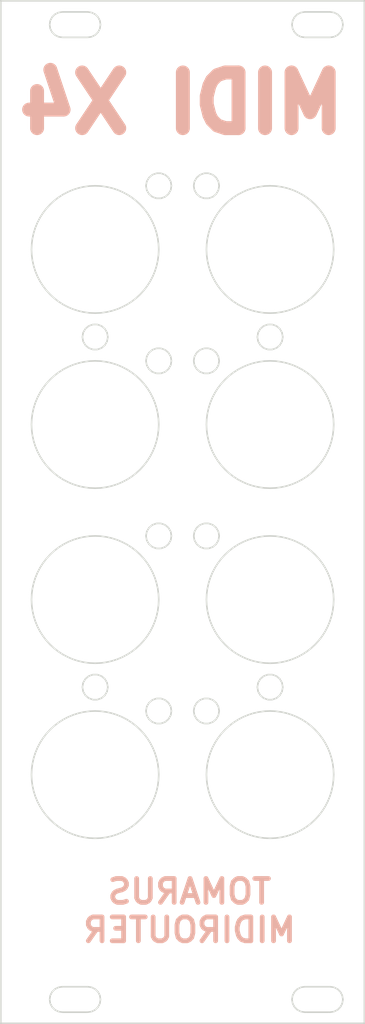
<source format=kicad_pcb>
(kicad_pcb (version 20171130) (host pcbnew 5.0.2+dfsg1-1)

  (general
    (thickness 1.6)
    (drawings 886)
    (tracks 0)
    (zones 0)
    (modules 0)
    (nets 1)
  )

  (page A4)
  (layers
    (0 F.Cu signal)
    (31 B.Cu signal)
    (32 B.Adhes user)
    (33 F.Adhes user)
    (34 B.Paste user)
    (35 F.Paste user)
    (36 B.SilkS user)
    (37 F.SilkS user)
    (38 B.Mask user)
    (39 F.Mask user)
    (40 Dwgs.User user)
    (41 Cmts.User user)
    (42 Eco1.User user)
    (43 Eco2.User user)
    (44 Edge.Cuts user)
    (45 Margin user)
    (46 B.CrtYd user)
    (47 F.CrtYd user)
    (48 B.Fab user)
    (49 F.Fab user)
  )

  (setup
    (last_trace_width 0.25)
    (trace_clearance 0.2)
    (zone_clearance 0.508)
    (zone_45_only no)
    (trace_min 0.2)
    (segment_width 0.2)
    (edge_width 0.15)
    (via_size 0.8)
    (via_drill 0.4)
    (via_min_size 0.4)
    (via_min_drill 0.3)
    (uvia_size 0.3)
    (uvia_drill 0.1)
    (uvias_allowed no)
    (uvia_min_size 0.2)
    (uvia_min_drill 0.1)
    (pcb_text_width 0.3)
    (pcb_text_size 1.5 1.5)
    (mod_edge_width 0.15)
    (mod_text_size 1 1)
    (mod_text_width 0.15)
    (pad_size 1.524 1.524)
    (pad_drill 0.762)
    (pad_to_mask_clearance 0.051)
    (solder_mask_min_width 0.25)
    (aux_axis_origin 0 0)
    (visible_elements FFFFFF7F)
    (pcbplotparams
      (layerselection 0x010fc_ffffffff)
      (usegerberextensions false)
      (usegerberattributes false)
      (usegerberadvancedattributes false)
      (creategerberjobfile false)
      (excludeedgelayer true)
      (linewidth 0.100000)
      (plotframeref false)
      (viasonmask false)
      (mode 1)
      (useauxorigin false)
      (hpglpennumber 1)
      (hpglpenspeed 20)
      (hpglpendiameter 15.000000)
      (psnegative false)
      (psa4output false)
      (plotreference true)
      (plotvalue true)
      (plotinvisibletext false)
      (padsonsilk false)
      (subtractmaskfromsilk false)
      (outputformat 1)
      (mirror false)
      (drillshape 1)
      (scaleselection 1)
      (outputdirectory ""))
  )

  (net 0 "")

  (net_class Default "This is the default net class."
    (clearance 0.2)
    (trace_width 0.25)
    (via_dia 0.8)
    (via_drill 0.4)
    (uvia_dia 0.3)
    (uvia_drill 0.1)
  )

  (gr_text "MIDI X4" (at 121 61) (layer B.SilkS)
    (effects (font (size 7 7) (thickness 1.75)) (justify mirror))
  )
  (gr_text "TOMARUS\nMIDIROUTER" (at 122 162.5) (layer B.SilkS)
    (effects (font (size 3 3) (thickness 0.6)) (justify mirror))
  )
  (gr_line (start 114.720825 85.945434) (end 115.274525 85.520634) (layer Edge.Cuts) (width 0.2) (tstamp 5E151B86))
  (gr_line (start 117.854425 69.816234) (end 117.332225 70.006234) (layer Edge.Cuts) (width 0.2) (tstamp 5E151B89))
  (gr_line (start 119.732225 71.392234) (end 119.635725 70.845234) (layer Edge.Cuts) (width 0.2) (tstamp 5E151B8C))
  (gr_line (start 117.332225 72.778234) (end 117.854425 72.968234) (layer Edge.Cuts) (width 0.2) (tstamp 5E151B8F))
  (gr_line (start 119.357925 92.363734) (end 118.932225 92.006634) (layer Edge.Cuts) (width 0.2) (tstamp 5E151B92))
  (gr_line (start 119.635725 92.845034) (end 119.357925 92.363734) (layer Edge.Cuts) (width 0.2) (tstamp 5E151B95))
  (gr_line (start 119.732225 93.392234) (end 119.635725 92.845034) (layer Edge.Cuts) (width 0.2) (tstamp 5E151B98))
  (gr_line (start 119.635725 93.939434) (end 119.732225 93.392234) (layer Edge.Cuts) (width 0.2) (tstamp 5E151B9B))
  (gr_line (start 119.357925 94.420734) (end 119.635725 93.939434) (layer Edge.Cuts) (width 0.2) (tstamp 5E151B9E))
  (gr_line (start 104.412225 51.142234) (end 104.490525 51.636234) (layer Edge.Cuts) (width 0.2) (tstamp 5E151BA1))
  (gr_line (start 114.132225 86.320434) (end 114.720825 85.945434) (layer Edge.Cuts) (width 0.2) (tstamp 5E151BA4))
  (gr_line (start 116.906525 72.420234) (end 117.332225 72.778234) (layer Edge.Cuts) (width 0.2) (tstamp 5E151BA7))
  (gr_line (start 110.812225 51.142234) (end 110.733925 50.648234) (layer Edge.Cuts) (width 0.2) (tstamp 5E151BAA))
  (gr_line (start 135.197805 50.202234) (end 134.970545 50.648234) (layer Edge.Cuts) (width 0.2) (tstamp 5E151BAD))
  (gr_line (start 117.649725 82.128434) (end 117.859625 81.462834) (layer Edge.Cuts) (width 0.2) (tstamp 5E151BB0))
  (gr_line (start 134.970545 50.648234) (end 134.892235 51.142234) (layer Edge.Cuts) (width 0.2) (tstamp 5E151BB3))
  (gr_line (start 110.506625 50.202234) (end 110.152725 49.848234) (layer Edge.Cuts) (width 0.2) (tstamp 5E151BB6))
  (gr_line (start 125.635725 93.939434) (end 125.732225 93.392234) (layer Edge.Cuts) (width 0.2) (tstamp 5E151BB9))
  (gr_line (start 125.357925 94.420734) (end 125.635725 93.939434) (layer Edge.Cuts) (width 0.2) (tstamp 5E151BBC))
  (gr_line (start 124.932225 94.777934) (end 125.357925 94.420734) (layer Edge.Cuts) (width 0.2) (tstamp 5E151BBF))
  (gr_line (start 124.410025 94.967934) (end 124.932225 94.777934) (layer Edge.Cuts) (width 0.2) (tstamp 5E151BC2))
  (gr_line (start 117.854425 94.967934) (end 118.410025 94.967934) (layer Edge.Cuts) (width 0.2) (tstamp 5E151BC5))
  (gr_line (start 119.357925 72.420234) (end 119.635725 71.939234) (layer Edge.Cuts) (width 0.2) (tstamp 5E151BC8))
  (gr_line (start 138.260585 96.249934) (end 137.789085 95.735434) (layer Edge.Cuts) (width 0.2) (tstamp 5E151BCB))
  (gr_line (start 138.685445 96.803634) (end 138.260585 96.249934) (layer Edge.Cuts) (width 0.2) (tstamp 5E151BCE))
  (gr_line (start 139.060435 97.392234) (end 138.685445 96.803634) (layer Edge.Cuts) (width 0.2) (tstamp 5E151BD1))
  (gr_line (start 139.382695 98.011334) (end 139.060435 97.392234) (layer Edge.Cuts) (width 0.2) (tstamp 5E151BD4))
  (gr_line (start 139.649775 98.656034) (end 139.382695 98.011334) (layer Edge.Cuts) (width 0.2) (tstamp 5E151BD7))
  (gr_line (start 116.685425 96.803634) (end 116.260625 96.249934) (layer Edge.Cuts) (width 0.2) (tstamp 5E151BDA))
  (gr_line (start 117.060425 97.392234) (end 116.685425 96.803634) (layer Edge.Cuts) (width 0.2) (tstamp 5E151BDD))
  (gr_line (start 117.382725 98.011334) (end 117.060425 97.392234) (layer Edge.Cuts) (width 0.2) (tstamp 5E151BE0))
  (gr_line (start 117.649725 98.656034) (end 117.382725 98.011334) (layer Edge.Cuts) (width 0.2) (tstamp 5E151BE3))
  (gr_line (start 117.859625 99.321734) (end 117.649725 98.656034) (layer Edge.Cuts) (width 0.2) (tstamp 5E151BE6))
  (gr_line (start 118.010725 100.003034) (end 117.859625 99.321734) (layer Edge.Cuts) (width 0.2) (tstamp 5E151BE9))
  (gr_line (start 118.101825 100.695034) (end 118.010725 100.003034) (layer Edge.Cuts) (width 0.2) (tstamp 5E151BEC))
  (gr_line (start 118.132225 101.392234) (end 118.101825 100.695034) (layer Edge.Cuts) (width 0.2) (tstamp 5E151BEF))
  (gr_line (start 135.513175 94.141734) (end 134.868395 93.874734) (layer Edge.Cuts) (width 0.2) (tstamp 5E151BF2))
  (gr_line (start 136.132235 94.464034) (end 135.513175 94.141734) (layer Edge.Cuts) (width 0.2) (tstamp 5E151BF5))
  (gr_line (start 136.720845 94.839034) (end 136.132235 94.464034) (layer Edge.Cuts) (width 0.2) (tstamp 5E151BF8))
  (gr_line (start 137.274525 95.263834) (end 136.720845 94.839034) (layer Edge.Cuts) (width 0.2) (tstamp 5E151BFB))
  (gr_line (start 137.789085 95.735434) (end 137.274525 95.263834) (layer Edge.Cuts) (width 0.2) (tstamp 5E151BFE))
  (gr_line (start 132.410025 91.967934) (end 132.932225 91.777934) (layer Edge.Cuts) (width 0.2) (tstamp 5E151C01))
  (gr_line (start 109.854425 91.967934) (end 110.410025 91.967934) (layer Edge.Cuts) (width 0.2) (tstamp 5E151C04))
  (gr_line (start 109.332225 91.777934) (end 109.854425 91.967934) (layer Edge.Cuts) (width 0.2) (tstamp 5E151C07))
  (gr_line (start 108.906525 91.420734) (end 109.332225 91.777934) (layer Edge.Cuts) (width 0.2) (tstamp 5E151C0A))
  (gr_line (start 109.706625 52.664234) (end 110.152725 52.436234) (layer Edge.Cuts) (width 0.2) (tstamp 5E151C0D))
  (gr_line (start 117.332225 70.006234) (end 116.906525 70.364234) (layer Edge.Cuts) (width 0.2) (tstamp 5E151C10))
  (gr_line (start 118.410025 69.816234) (end 117.854425 69.816234) (layer Edge.Cuts) (width 0.2) (tstamp 5E151C13))
  (gr_line (start 119.635725 71.939234) (end 119.732225 71.392234) (layer Edge.Cuts) (width 0.2) (tstamp 5E151C16))
  (gr_line (start 124.253825 144.003034) (end 124.162725 144.695034) (layer Edge.Cuts) (width 0.2) (tstamp 5E151C19))
  (gr_line (start 124.404825 143.321734) (end 124.253825 144.003034) (layer Edge.Cuts) (width 0.2) (tstamp 5E151C1C))
  (gr_line (start 124.614725 142.656034) (end 124.404825 143.321734) (layer Edge.Cuts) (width 0.2) (tstamp 5E151C1F))
  (gr_line (start 124.881725 142.011334) (end 124.614725 142.656034) (layer Edge.Cuts) (width 0.2) (tstamp 5E151C22))
  (gr_line (start 125.204025 141.392234) (end 124.881725 142.011334) (layer Edge.Cuts) (width 0.2) (tstamp 5E151C25))
  (gr_line (start 125.579025 140.803634) (end 125.204025 141.392234) (layer Edge.Cuts) (width 0.2) (tstamp 5E151C28))
  (gr_line (start 126.003925 140.249934) (end 125.579025 140.803634) (layer Edge.Cuts) (width 0.2) (tstamp 5E151C2B))
  (gr_line (start 126.475425 139.735434) (end 126.003925 140.249934) (layer Edge.Cuts) (width 0.2) (tstamp 5E151C2E))
  (gr_line (start 126.989925 139.263834) (end 126.475425 139.735434) (layer Edge.Cuts) (width 0.2) (tstamp 5E151C31))
  (gr_line (start 127.543625 138.839034) (end 126.989925 139.263834) (layer Edge.Cuts) (width 0.2) (tstamp 5E151C34))
  (gr_line (start 128.132225 138.464034) (end 127.543625 138.839034) (layer Edge.Cuts) (width 0.2) (tstamp 5E151C37))
  (gr_line (start 128.751325 138.141734) (end 128.132225 138.464034) (layer Edge.Cuts) (width 0.2) (tstamp 5E151C3A))
  (gr_line (start 129.396025 137.874734) (end 128.751325 138.141734) (layer Edge.Cuts) (width 0.2) (tstamp 5E151C3D))
  (gr_line (start 130.061725 137.664834) (end 129.396025 137.874734) (layer Edge.Cuts) (width 0.2) (tstamp 5E151C40))
  (gr_line (start 130.743025 137.513734) (end 130.061725 137.664834) (layer Edge.Cuts) (width 0.2) (tstamp 5E151C43))
  (gr_line (start 131.435025 137.422634) (end 130.743025 137.513734) (layer Edge.Cuts) (width 0.2) (tstamp 5E151C46))
  (gr_line (start 132.132225 137.392234) (end 131.435025 137.422634) (layer Edge.Cuts) (width 0.2) (tstamp 5E151C49))
  (gr_line (start 132.829425 137.422634) (end 132.132225 137.392234) (layer Edge.Cuts) (width 0.2) (tstamp 5E151C4C))
  (gr_line (start 133.521425 137.513734) (end 132.829425 137.422634) (layer Edge.Cuts) (width 0.2) (tstamp 5E151C4F))
  (gr_line (start 134.202785 137.664834) (end 133.521425 137.513734) (layer Edge.Cuts) (width 0.2) (tstamp 5E151C52))
  (gr_line (start 134.868395 137.874734) (end 134.202785 137.664834) (layer Edge.Cuts) (width 0.2) (tstamp 5E151C55))
  (gr_line (start 135.513175 138.141734) (end 134.868395 137.874734) (layer Edge.Cuts) (width 0.2) (tstamp 5E151C58))
  (gr_line (start 136.132235 138.464034) (end 135.513175 138.141734) (layer Edge.Cuts) (width 0.2) (tstamp 5E151C5B))
  (gr_line (start 117.382725 76.011234) (end 117.060425 75.392234) (layer Edge.Cuts) (width 0.2) (tstamp 5E151C5E))
  (gr_line (start 124.881725 82.773234) (end 125.204025 83.392234) (layer Edge.Cuts) (width 0.2) (tstamp 5E151C61))
  (gr_line (start 124.614725 82.128434) (end 124.881725 82.773234) (layer Edge.Cuts) (width 0.2) (tstamp 5E151C64))
  (gr_line (start 124.404825 81.462834) (end 124.614725 82.128434) (layer Edge.Cuts) (width 0.2) (tstamp 5E151C67))
  (gr_line (start 124.253825 80.781434) (end 124.404825 81.462834) (layer Edge.Cuts) (width 0.2) (tstamp 5E151C6A))
  (gr_line (start 139.382695 76.011234) (end 139.060435 75.392234) (layer Edge.Cuts) (width 0.2) (tstamp 5E151C6D))
  (gr_line (start 139.649775 76.656034) (end 139.382695 76.011234) (layer Edge.Cuts) (width 0.2) (tstamp 5E151C70))
  (gr_line (start 139.859645 77.321734) (end 139.649775 76.656034) (layer Edge.Cuts) (width 0.2) (tstamp 5E151C73))
  (gr_line (start 102.162625 78.695034) (end 102.132225 79.392234) (layer Edge.Cuts) (width 0.2) (tstamp 5E151C76))
  (gr_line (start 102.253825 78.003034) (end 102.162625 78.695034) (layer Edge.Cuts) (width 0.2) (tstamp 5E151C79))
  (gr_line (start 102.404825 77.321734) (end 102.253825 78.003034) (layer Edge.Cuts) (width 0.2) (tstamp 5E151C7C))
  (gr_line (start 119.357925 116.420734) (end 119.635725 115.939434) (layer Edge.Cuts) (width 0.2) (tstamp 5E151C7F))
  (gr_line (start 118.932225 116.777934) (end 119.357925 116.420734) (layer Edge.Cuts) (width 0.2) (tstamp 5E151C82))
  (gr_line (start 118.410025 116.967934) (end 118.932225 116.777934) (layer Edge.Cuts) (width 0.2) (tstamp 5E151C85))
  (gr_line (start 110.132225 109.392234) (end 110.829425 109.361834) (layer Edge.Cuts) (width 0.2) (tstamp 5E151C88))
  (gr_line (start 109.435025 109.361834) (end 110.132225 109.392234) (layer Edge.Cuts) (width 0.2) (tstamp 5E151C8B))
  (gr_line (start 108.743025 109.270734) (end 109.435025 109.361834) (layer Edge.Cuts) (width 0.2) (tstamp 5E151C8E))
  (gr_line (start 108.061725 109.119634) (end 108.743025 109.270734) (layer Edge.Cuts) (width 0.2) (tstamp 5E151C91))
  (gr_line (start 107.396025 108.909734) (end 108.061725 109.119634) (layer Edge.Cuts) (width 0.2) (tstamp 5E151C94))
  (gr_line (start 106.751325 108.642734) (end 107.396025 108.909734) (layer Edge.Cuts) (width 0.2) (tstamp 5E151C97))
  (gr_line (start 138.260585 74.250234) (end 137.789085 73.735234) (layer Edge.Cuts) (width 0.2) (tstamp 5E151C9A))
  (gr_line (start 138.685445 74.803234) (end 138.260585 74.250234) (layer Edge.Cuts) (width 0.2) (tstamp 5E151C9D))
  (gr_line (start 139.060435 75.392234) (end 138.685445 74.803234) (layer Edge.Cuts) (width 0.2) (tstamp 5E151CA0))
  (gr_line (start 125.579025 74.803234) (end 125.204025 75.392234) (layer Edge.Cuts) (width 0.2) (tstamp 5E151CA3))
  (gr_line (start 126.003925 74.250234) (end 125.579025 74.803234) (layer Edge.Cuts) (width 0.2) (tstamp 5E151CA6))
  (gr_line (start 126.475425 73.735234) (end 126.003925 74.250234) (layer Edge.Cuts) (width 0.2) (tstamp 5E151CA9))
  (gr_line (start 118.101825 80.089534) (end 118.132225 79.392234) (layer Edge.Cuts) (width 0.2) (tstamp 5E151CAC))
  (gr_line (start 122.532225 93.392234) (end 122.628725 93.939434) (layer Edge.Cuts) (width 0.2) (tstamp 5E151CAF))
  (gr_line (start 122.628725 92.845034) (end 122.532225 93.392234) (layer Edge.Cuts) (width 0.2) (tstamp 5E151CB2))
  (gr_line (start 122.906525 92.363734) (end 122.628725 92.845034) (layer Edge.Cuts) (width 0.2) (tstamp 5E151CB5))
  (gr_line (start 123.332225 92.006634) (end 122.906525 92.363734) (layer Edge.Cuts) (width 0.2) (tstamp 5E151CB8))
  (gr_line (start 123.854425 91.816534) (end 123.332225 92.006634) (layer Edge.Cuts) (width 0.2) (tstamp 5E151CBB))
  (gr_line (start 126.475425 107.049134) (end 126.989925 107.520634) (layer Edge.Cuts) (width 0.2) (tstamp 5E151CBE))
  (gr_line (start 126.003925 106.534534) (end 126.475425 107.049134) (layer Edge.Cuts) (width 0.2) (tstamp 5E151CC1))
  (gr_line (start 125.579025 105.980834) (end 126.003925 106.534534) (layer Edge.Cuts) (width 0.2) (tstamp 5E151CC4))
  (gr_line (start 125.204025 105.392234) (end 125.579025 105.980834) (layer Edge.Cuts) (width 0.2) (tstamp 5E151CC7))
  (gr_line (start 124.881725 104.773234) (end 125.204025 105.392234) (layer Edge.Cuts) (width 0.2) (tstamp 5E151CCA))
  (gr_line (start 124.614725 104.128434) (end 124.881725 104.773234) (layer Edge.Cuts) (width 0.2) (tstamp 5E151CCD))
  (gr_line (start 125.357925 138.420734) (end 125.635725 137.939434) (layer Edge.Cuts) (width 0.2) (tstamp 5E151CD0))
  (gr_line (start 124.932225 138.777934) (end 125.357925 138.420734) (layer Edge.Cuts) (width 0.2) (tstamp 5E151CD3))
  (gr_line (start 124.410025 138.967934) (end 124.932225 138.777934) (layer Edge.Cuts) (width 0.2) (tstamp 5E151CD6))
  (gr_line (start 117.854425 138.967934) (end 118.410025 138.967934) (layer Edge.Cuts) (width 0.2) (tstamp 5E151CD9))
  (gr_line (start 117.332225 138.777934) (end 117.854425 138.967934) (layer Edge.Cuts) (width 0.2) (tstamp 5E151CDC))
  (gr_line (start 116.906525 138.420734) (end 117.332225 138.777934) (layer Edge.Cuts) (width 0.2) (tstamp 5E151CDF))
  (gr_line (start 116.628725 137.939434) (end 116.906525 138.420734) (layer Edge.Cuts) (width 0.2) (tstamp 5E151CE2))
  (gr_line (start 116.532225 137.392234) (end 116.628725 137.939434) (layer Edge.Cuts) (width 0.2) (tstamp 5E151CE5))
  (gr_line (start 116.628725 136.845034) (end 116.532225 137.392234) (layer Edge.Cuts) (width 0.2) (tstamp 5E151CE8))
  (gr_line (start 116.906525 136.363734) (end 116.628725 136.845034) (layer Edge.Cuts) (width 0.2) (tstamp 5E151CEB))
  (gr_line (start 117.332225 136.006634) (end 116.906525 136.363734) (layer Edge.Cuts) (width 0.2) (tstamp 5E151CEE))
  (gr_line (start 117.854425 135.816534) (end 117.332225 136.006634) (layer Edge.Cuts) (width 0.2) (tstamp 5E151CF1))
  (gr_line (start 118.410025 135.816534) (end 117.854425 135.816534) (layer Edge.Cuts) (width 0.2) (tstamp 5E151CF4))
  (gr_line (start 118.932225 136.006634) (end 118.410025 135.816534) (layer Edge.Cuts) (width 0.2) (tstamp 5E151CF7))
  (gr_line (start 119.357925 136.363734) (end 118.932225 136.006634) (layer Edge.Cuts) (width 0.2) (tstamp 5E151CFA))
  (gr_line (start 119.635725 136.845034) (end 119.357925 136.363734) (layer Edge.Cuts) (width 0.2) (tstamp 5E151CFD))
  (gr_line (start 119.732225 137.392234) (end 119.635725 136.845034) (layer Edge.Cuts) (width 0.2) (tstamp 5E151D00))
  (gr_line (start 119.635725 137.939434) (end 119.732225 137.392234) (layer Edge.Cuts) (width 0.2) (tstamp 5E151D03))
  (gr_line (start 119.357925 138.420734) (end 119.635725 137.939434) (layer Edge.Cuts) (width 0.2) (tstamp 5E151D06))
  (gr_line (start 118.932225 138.777934) (end 119.357925 138.420734) (layer Edge.Cuts) (width 0.2) (tstamp 5E151D09))
  (gr_line (start 139.649775 120.656034) (end 139.382695 120.011334) (layer Edge.Cuts) (width 0.2) (tstamp 5E151D0C))
  (gr_line (start 139.859645 121.321734) (end 139.649775 120.656034) (layer Edge.Cuts) (width 0.2) (tstamp 5E151D0F))
  (gr_line (start 140.010685 122.003034) (end 139.859645 121.321734) (layer Edge.Cuts) (width 0.2) (tstamp 5E151D12))
  (gr_line (start 140.101785 122.695034) (end 140.010685 122.003034) (layer Edge.Cuts) (width 0.2) (tstamp 5E151D15))
  (gr_line (start 140.132235 123.392234) (end 140.101785 122.695034) (layer Edge.Cuts) (width 0.2) (tstamp 5E151D18))
  (gr_line (start 140.101785 124.089534) (end 140.132235 123.392234) (layer Edge.Cuts) (width 0.2) (tstamp 5E151D1B))
  (gr_line (start 140.010685 124.781434) (end 140.101785 124.089534) (layer Edge.Cuts) (width 0.2) (tstamp 5E151D1E))
  (gr_line (start 139.859645 125.462834) (end 140.010685 124.781434) (layer Edge.Cuts) (width 0.2) (tstamp 5E151D21))
  (gr_line (start 139.649775 126.128434) (end 139.859645 125.462834) (layer Edge.Cuts) (width 0.2) (tstamp 5E151D24))
  (gr_line (start 139.382695 126.773234) (end 139.649775 126.128434) (layer Edge.Cuts) (width 0.2) (tstamp 5E151D27))
  (gr_line (start 139.060435 127.392234) (end 139.382695 126.773234) (layer Edge.Cuts) (width 0.2) (tstamp 5E151D2A))
  (gr_line (start 138.685445 127.980834) (end 139.060435 127.392234) (layer Edge.Cuts) (width 0.2) (tstamp 5E151D2D))
  (gr_line (start 138.260585 128.534534) (end 138.685445 127.980834) (layer Edge.Cuts) (width 0.2) (tstamp 5E151D30))
  (gr_line (start 137.789085 129.049134) (end 138.260585 128.534534) (layer Edge.Cuts) (width 0.2) (tstamp 5E151D33))
  (gr_line (start 128.751325 72.142234) (end 128.132225 72.464234) (layer Edge.Cuts) (width 0.2) (tstamp 5E151D36))
  (gr_line (start 129.396025 71.874234) (end 128.751325 72.142234) (layer Edge.Cuts) (width 0.2) (tstamp 5E151D39))
  (gr_line (start 130.061725 71.665234) (end 129.396025 71.874234) (layer Edge.Cuts) (width 0.2) (tstamp 5E151D3C))
  (gr_line (start 112.202825 109.119634) (end 112.868425 108.909734) (layer Edge.Cuts) (width 0.2) (tstamp 5E151D3F))
  (gr_line (start 111.521425 109.270734) (end 112.202825 109.119634) (layer Edge.Cuts) (width 0.2) (tstamp 5E151D42))
  (gr_line (start 110.829425 109.361834) (end 111.521425 109.270734) (layer Edge.Cuts) (width 0.2) (tstamp 5E151D45))
  (gr_line (start 132.132225 109.392234) (end 132.829425 109.361834) (layer Edge.Cuts) (width 0.2) (tstamp 5E151D48))
  (gr_line (start 131.435025 109.361834) (end 132.132225 109.392234) (layer Edge.Cuts) (width 0.2) (tstamp 5E151D4B))
  (gr_line (start 130.743025 109.270734) (end 131.435025 109.361834) (layer Edge.Cuts) (width 0.2) (tstamp 5E151D4E))
  (gr_line (start 124.410025 91.816534) (end 123.854425 91.816534) (layer Edge.Cuts) (width 0.2) (tstamp 5E151D51))
  (gr_line (start 124.932225 92.006634) (end 124.410025 91.816534) (layer Edge.Cuts) (width 0.2) (tstamp 5E151D54))
  (gr_line (start 125.357925 92.363734) (end 124.932225 92.006634) (layer Edge.Cuts) (width 0.2) (tstamp 5E151D57))
  (gr_line (start 125.635725 92.845034) (end 125.357925 92.363734) (layer Edge.Cuts) (width 0.2) (tstamp 5E151D5A))
  (gr_line (start 125.732225 93.392234) (end 125.635725 92.845034) (layer Edge.Cuts) (width 0.2) (tstamp 5E151D5D))
  (gr_line (start 102.881725 98.011334) (end 102.614725 98.656034) (layer Edge.Cuts) (width 0.2) (tstamp 5E151D60))
  (gr_line (start 103.204025 97.392234) (end 102.881725 98.011334) (layer Edge.Cuts) (width 0.2) (tstamp 5E151D63))
  (gr_line (start 103.579025 96.803634) (end 103.204025 97.392234) (layer Edge.Cuts) (width 0.2) (tstamp 5E151D66))
  (gr_line (start 104.003925 96.249934) (end 103.579025 96.803634) (layer Edge.Cuts) (width 0.2) (tstamp 5E151D69))
  (gr_line (start 104.475425 95.735434) (end 104.003925 96.249934) (layer Edge.Cuts) (width 0.2) (tstamp 5E151D6C))
  (gr_line (start 104.989925 95.263834) (end 104.475425 95.735434) (layer Edge.Cuts) (width 0.2) (tstamp 5E151D6F))
  (gr_line (start 105.543625 94.839034) (end 104.989925 95.263834) (layer Edge.Cuts) (width 0.2) (tstamp 5E151D72))
  (gr_line (start 106.132225 94.464034) (end 105.543625 94.839034) (layer Edge.Cuts) (width 0.2) (tstamp 5E151D75))
  (gr_line (start 114.720825 138.839034) (end 114.132225 138.464034) (layer Edge.Cuts) (width 0.2) (tstamp 5E151D78))
  (gr_line (start 115.274525 139.263834) (end 114.720825 138.839034) (layer Edge.Cuts) (width 0.2) (tstamp 5E151D7B))
  (gr_line (start 115.789125 139.735434) (end 115.274525 139.263834) (layer Edge.Cuts) (width 0.2) (tstamp 5E151D7E))
  (gr_line (start 116.260625 140.249934) (end 115.789125 139.735434) (layer Edge.Cuts) (width 0.2) (tstamp 5E151D81))
  (gr_line (start 116.685425 140.803634) (end 116.260625 140.249934) (layer Edge.Cuts) (width 0.2) (tstamp 5E151D84))
  (gr_line (start 117.060425 141.392234) (end 116.685425 140.803634) (layer Edge.Cuts) (width 0.2) (tstamp 5E151D87))
  (gr_line (start 117.382725 142.011334) (end 117.060425 141.392234) (layer Edge.Cuts) (width 0.2) (tstamp 5E151D8A))
  (gr_line (start 117.649725 142.656034) (end 117.382725 142.011334) (layer Edge.Cuts) (width 0.2) (tstamp 5E151D8D))
  (gr_line (start 117.859625 143.321734) (end 117.649725 142.656034) (layer Edge.Cuts) (width 0.2) (tstamp 5E151D90))
  (gr_line (start 118.010725 144.003034) (end 117.859625 143.321734) (layer Edge.Cuts) (width 0.2) (tstamp 5E151D93))
  (gr_line (start 118.101825 144.695034) (end 118.010725 144.003034) (layer Edge.Cuts) (width 0.2) (tstamp 5E151D96))
  (gr_line (start 118.132225 145.392234) (end 118.101825 144.695034) (layer Edge.Cuts) (width 0.2) (tstamp 5E151D99))
  (gr_line (start 118.101825 146.089534) (end 118.132225 145.392234) (layer Edge.Cuts) (width 0.2) (tstamp 5E151D9C))
  (gr_line (start 118.010725 146.781434) (end 118.101825 146.089534) (layer Edge.Cuts) (width 0.2) (tstamp 5E151D9F))
  (gr_line (start 117.859625 147.462834) (end 118.010725 146.781434) (layer Edge.Cuts) (width 0.2) (tstamp 5E151DA2))
  (gr_line (start 117.649725 148.128434) (end 117.859625 147.462834) (layer Edge.Cuts) (width 0.2) (tstamp 5E151DA5))
  (gr_line (start 117.382725 148.773234) (end 117.649725 148.128434) (layer Edge.Cuts) (width 0.2) (tstamp 5E151DA8))
  (gr_line (start 117.060425 149.392234) (end 117.382725 148.773234) (layer Edge.Cuts) (width 0.2) (tstamp 5E151DAB))
  (gr_line (start 116.685425 149.980834) (end 117.060425 149.392234) (layer Edge.Cuts) (width 0.2) (tstamp 5E151DAE))
  (gr_line (start 116.260625 150.534534) (end 116.685425 149.980834) (layer Edge.Cuts) (width 0.2) (tstamp 5E151DB1))
  (gr_line (start 115.789125 151.049134) (end 116.260625 150.534534) (layer Edge.Cuts) (width 0.2) (tstamp 5E151DB4))
  (gr_line (start 115.274525 151.520634) (end 115.789125 151.049134) (layer Edge.Cuts) (width 0.2) (tstamp 5E151DB7))
  (gr_line (start 114.720825 151.945434) (end 115.274525 151.520634) (layer Edge.Cuts) (width 0.2) (tstamp 5E151DBA))
  (gr_line (start 114.132225 152.320434) (end 114.720825 151.945434) (layer Edge.Cuts) (width 0.2) (tstamp 5E151DBD))
  (gr_line (start 113.513225 152.642734) (end 114.132225 152.320434) (layer Edge.Cuts) (width 0.2) (tstamp 5E151DC0))
  (gr_line (start 102.253825 122.003034) (end 102.162625 122.695034) (layer Edge.Cuts) (width 0.2) (tstamp 5E151DC3))
  (gr_line (start 102.404825 121.321734) (end 102.253825 122.003034) (layer Edge.Cuts) (width 0.2) (tstamp 5E151DC6))
  (gr_line (start 102.614725 120.656034) (end 102.404825 121.321734) (layer Edge.Cuts) (width 0.2) (tstamp 5E151DC9))
  (gr_line (start 102.881725 120.011334) (end 102.614725 120.656034) (layer Edge.Cuts) (width 0.2) (tstamp 5E151DCC))
  (gr_line (start 103.204025 119.392234) (end 102.881725 120.011334) (layer Edge.Cuts) (width 0.2) (tstamp 5E151DCF))
  (gr_line (start 103.579025 118.803634) (end 103.204025 119.392234) (layer Edge.Cuts) (width 0.2) (tstamp 5E151DD2))
  (gr_line (start 104.003925 118.249934) (end 103.579025 118.803634) (layer Edge.Cuts) (width 0.2) (tstamp 5E151DD5))
  (gr_line (start 104.475425 117.735434) (end 104.003925 118.249934) (layer Edge.Cuts) (width 0.2) (tstamp 5E151DD8))
  (gr_line (start 104.989925 117.263834) (end 104.475425 117.735434) (layer Edge.Cuts) (width 0.2) (tstamp 5E151DDB))
  (gr_line (start 105.543625 116.839034) (end 104.989925 117.263834) (layer Edge.Cuts) (width 0.2) (tstamp 5E151DDE))
  (gr_line (start 106.132225 116.464034) (end 105.543625 116.839034) (layer Edge.Cuts) (width 0.2) (tstamp 5E151DE1))
  (gr_line (start 106.751325 116.141734) (end 106.132225 116.464034) (layer Edge.Cuts) (width 0.2) (tstamp 5E151DE4))
  (gr_line (start 107.396025 115.874734) (end 106.751325 116.141734) (layer Edge.Cuts) (width 0.2) (tstamp 5E151DE7))
  (gr_line (start 102.404825 103.462834) (end 102.614725 104.128434) (layer Edge.Cuts) (width 0.2) (tstamp 5E151DEA))
  (gr_line (start 102.253825 102.781434) (end 102.404825 103.462834) (layer Edge.Cuts) (width 0.2) (tstamp 5E151DED))
  (gr_line (start 102.162625 102.089534) (end 102.253825 102.781434) (layer Edge.Cuts) (width 0.2) (tstamp 5E151DF0))
  (gr_line (start 102.132225 101.392234) (end 102.162625 102.089534) (layer Edge.Cuts) (width 0.2) (tstamp 5E151DF3))
  (gr_line (start 102.162625 100.695034) (end 102.132225 101.392234) (layer Edge.Cuts) (width 0.2) (tstamp 5E151DF6))
  (gr_line (start 102.253825 100.003034) (end 102.162625 100.695034) (layer Edge.Cuts) (width 0.2) (tstamp 5E151DF9))
  (gr_line (start 102.404825 99.321734) (end 102.253825 100.003034) (layer Edge.Cuts) (width 0.2) (tstamp 5E151DFC))
  (gr_line (start 102.614725 98.656034) (end 102.404825 99.321734) (layer Edge.Cuts) (width 0.2) (tstamp 5E151DFF))
  (gr_line (start 106.132225 108.320434) (end 106.751325 108.642734) (layer Edge.Cuts) (width 0.2) (tstamp 5E151E02))
  (gr_line (start 105.543625 107.945434) (end 106.132225 108.320434) (layer Edge.Cuts) (width 0.2) (tstamp 5E151E05))
  (gr_line (start 104.989925 107.520634) (end 105.543625 107.945434) (layer Edge.Cuts) (width 0.2) (tstamp 5E151E08))
  (gr_line (start 104.475425 107.049134) (end 104.989925 107.520634) (layer Edge.Cuts) (width 0.2) (tstamp 5E151E0B))
  (gr_line (start 104.003925 106.534534) (end 104.475425 107.049134) (layer Edge.Cuts) (width 0.2) (tstamp 5E151E0E))
  (gr_line (start 103.579025 105.980834) (end 104.003925 106.534534) (layer Edge.Cuts) (width 0.2) (tstamp 5E151E11))
  (gr_line (start 103.204025 105.392234) (end 103.579025 105.980834) (layer Edge.Cuts) (width 0.2) (tstamp 5E151E14))
  (gr_line (start 102.881725 104.773234) (end 103.204025 105.392234) (layer Edge.Cuts) (width 0.2) (tstamp 5E151E17))
  (gr_line (start 102.614725 104.128434) (end 102.881725 104.773234) (layer Edge.Cuts) (width 0.2) (tstamp 5E151E1A))
  (gr_line (start 108.061725 115.664834) (end 107.396025 115.874734) (layer Edge.Cuts) (width 0.2) (tstamp 5E151E1D))
  (gr_line (start 108.743025 115.513734) (end 108.061725 115.664834) (layer Edge.Cuts) (width 0.2) (tstamp 5E151E20))
  (gr_line (start 109.435025 115.422634) (end 108.743025 115.513734) (layer Edge.Cuts) (width 0.2) (tstamp 5E151E23))
  (gr_line (start 110.132225 115.392234) (end 109.435025 115.422634) (layer Edge.Cuts) (width 0.2) (tstamp 5E151E26))
  (gr_line (start 110.829425 115.422634) (end 110.132225 115.392234) (layer Edge.Cuts) (width 0.2) (tstamp 5E151E29))
  (gr_line (start 111.521425 115.513734) (end 110.829425 115.422634) (layer Edge.Cuts) (width 0.2) (tstamp 5E151E2C))
  (gr_line (start 112.202825 115.664834) (end 111.521425 115.513734) (layer Edge.Cuts) (width 0.2) (tstamp 5E151E2F))
  (gr_line (start 112.868425 115.874734) (end 112.202825 115.664834) (layer Edge.Cuts) (width 0.2) (tstamp 5E151E32))
  (gr_line (start 113.513225 116.141734) (end 112.868425 115.874734) (layer Edge.Cuts) (width 0.2) (tstamp 5E151E35))
  (gr_line (start 114.132225 116.464034) (end 113.513225 116.141734) (layer Edge.Cuts) (width 0.2) (tstamp 5E151E38))
  (gr_line (start 114.720825 116.839034) (end 114.132225 116.464034) (layer Edge.Cuts) (width 0.2) (tstamp 5E151E3B))
  (gr_line (start 115.274525 117.263834) (end 114.720825 116.839034) (layer Edge.Cuts) (width 0.2) (tstamp 5E151E3E))
  (gr_line (start 115.789125 117.735434) (end 115.274525 117.263834) (layer Edge.Cuts) (width 0.2) (tstamp 5E151E41))
  (gr_line (start 126.003925 96.249934) (end 125.579025 96.803634) (layer Edge.Cuts) (width 0.2) (tstamp 5E151E44))
  (gr_line (start 126.475425 95.735434) (end 126.003925 96.249934) (layer Edge.Cuts) (width 0.2) (tstamp 5E151E47))
  (gr_line (start 126.989925 95.263834) (end 126.475425 95.735434) (layer Edge.Cuts) (width 0.2) (tstamp 5E151E4A))
  (gr_line (start 127.543625 94.839034) (end 126.989925 95.263834) (layer Edge.Cuts) (width 0.2) (tstamp 5E151E4D))
  (gr_line (start 128.132225 94.464034) (end 127.543625 94.839034) (layer Edge.Cuts) (width 0.2) (tstamp 5E151E50))
  (gr_line (start 130.743025 71.514234) (end 130.061725 71.665234) (layer Edge.Cuts) (width 0.2) (tstamp 5E151E53))
  (gr_line (start 131.435025 71.422234) (end 130.743025 71.514234) (layer Edge.Cuts) (width 0.2) (tstamp 5E151E56))
  (gr_line (start 132.132225 71.392234) (end 131.435025 71.422234) (layer Edge.Cuts) (width 0.2) (tstamp 5E151E59))
  (gr_line (start 131.435025 115.422634) (end 130.743025 115.513734) (layer Edge.Cuts) (width 0.2) (tstamp 5E151E5C))
  (gr_line (start 132.132225 115.392234) (end 131.435025 115.422634) (layer Edge.Cuts) (width 0.2) (tstamp 5E151E5F))
  (gr_line (start 132.829425 115.422634) (end 132.132225 115.392234) (layer Edge.Cuts) (width 0.2) (tstamp 5E151E62))
  (gr_line (start 133.521425 115.513734) (end 132.829425 115.422634) (layer Edge.Cuts) (width 0.2) (tstamp 5E151E65))
  (gr_line (start 134.202785 115.664834) (end 133.521425 115.513734) (layer Edge.Cuts) (width 0.2) (tstamp 5E151E68))
  (gr_line (start 134.868395 115.874734) (end 134.202785 115.664834) (layer Edge.Cuts) (width 0.2) (tstamp 5E151E6B))
  (gr_line (start 135.513175 116.141734) (end 134.868395 115.874734) (layer Edge.Cuts) (width 0.2) (tstamp 5E151E6E))
  (gr_line (start 136.132235 116.464034) (end 135.513175 116.141734) (layer Edge.Cuts) (width 0.2) (tstamp 5E151E71))
  (gr_line (start 136.720845 116.839034) (end 136.132235 116.464034) (layer Edge.Cuts) (width 0.2) (tstamp 5E151E74))
  (gr_line (start 137.274525 117.263834) (end 136.720845 116.839034) (layer Edge.Cuts) (width 0.2) (tstamp 5E151E77))
  (gr_line (start 137.789085 117.735434) (end 137.274525 117.263834) (layer Edge.Cuts) (width 0.2) (tstamp 5E151E7A))
  (gr_line (start 138.260585 118.249934) (end 137.789085 117.735434) (layer Edge.Cuts) (width 0.2) (tstamp 5E151E7D))
  (gr_line (start 138.685445 118.803634) (end 138.260585 118.249934) (layer Edge.Cuts) (width 0.2) (tstamp 5E151E80))
  (gr_line (start 139.060435 119.392234) (end 138.685445 118.803634) (layer Edge.Cuts) (width 0.2) (tstamp 5E151E83))
  (gr_line (start 139.382695 120.011334) (end 139.060435 119.392234) (layer Edge.Cuts) (width 0.2) (tstamp 5E151E86))
  (gr_line (start 110.829425 131.361834) (end 111.521425 131.270734) (layer Edge.Cuts) (width 0.2) (tstamp 5E151E89))
  (gr_line (start 123.854425 116.967934) (end 124.410025 116.967934) (layer Edge.Cuts) (width 0.2) (tstamp 5E151E8C))
  (gr_line (start 123.332225 116.777934) (end 123.854425 116.967934) (layer Edge.Cuts) (width 0.2) (tstamp 5E151E8F))
  (gr_line (start 122.906525 116.420734) (end 123.332225 116.777934) (layer Edge.Cuts) (width 0.2) (tstamp 5E151E92))
  (gr_line (start 122.628725 115.939434) (end 122.906525 116.420734) (layer Edge.Cuts) (width 0.2) (tstamp 5E151E95))
  (gr_line (start 122.532225 115.392234) (end 122.628725 115.939434) (layer Edge.Cuts) (width 0.2) (tstamp 5E151E98))
  (gr_line (start 122.628725 114.845034) (end 122.532225 115.392234) (layer Edge.Cuts) (width 0.2) (tstamp 5E151E9B))
  (gr_line (start 122.906525 114.363734) (end 122.628725 114.845034) (layer Edge.Cuts) (width 0.2) (tstamp 5E151E9E))
  (gr_line (start 123.332225 114.006634) (end 122.906525 114.363734) (layer Edge.Cuts) (width 0.2) (tstamp 5E151EA1))
  (gr_line (start 123.854425 113.816534) (end 123.332225 114.006634) (layer Edge.Cuts) (width 0.2) (tstamp 5E151EA4))
  (gr_line (start 124.410025 113.816534) (end 123.854425 113.816534) (layer Edge.Cuts) (width 0.2) (tstamp 5E151EA7))
  (gr_line (start 124.932225 114.006634) (end 124.410025 113.816534) (layer Edge.Cuts) (width 0.2) (tstamp 5E151EAA))
  (gr_line (start 117.382725 126.773234) (end 117.649725 126.128434) (layer Edge.Cuts) (width 0.2) (tstamp 5E151EAD))
  (gr_line (start 117.060425 127.392234) (end 117.382725 126.773234) (layer Edge.Cuts) (width 0.2) (tstamp 5E151EB0))
  (gr_line (start 116.685425 127.980834) (end 117.060425 127.392234) (layer Edge.Cuts) (width 0.2) (tstamp 5E151EB3))
  (gr_line (start 116.260625 128.534534) (end 116.685425 127.980834) (layer Edge.Cuts) (width 0.2) (tstamp 5E151EB6))
  (gr_line (start 115.789125 129.049134) (end 116.260625 128.534534) (layer Edge.Cuts) (width 0.2) (tstamp 5E151EB9))
  (gr_line (start 115.274525 129.520634) (end 115.789125 129.049134) (layer Edge.Cuts) (width 0.2) (tstamp 5E151EBC))
  (gr_line (start 114.720825 129.945434) (end 115.274525 129.520634) (layer Edge.Cuts) (width 0.2) (tstamp 5E151EBF))
  (gr_line (start 114.132225 130.320434) (end 114.720825 129.945434) (layer Edge.Cuts) (width 0.2) (tstamp 5E151EC2))
  (gr_line (start 113.513225 130.642734) (end 114.132225 130.320434) (layer Edge.Cuts) (width 0.2) (tstamp 5E151EC5))
  (gr_line (start 112.868425 130.909734) (end 113.513225 130.642734) (layer Edge.Cuts) (width 0.2) (tstamp 5E151EC8))
  (gr_line (start 112.202825 131.119634) (end 112.868425 130.909734) (layer Edge.Cuts) (width 0.2) (tstamp 5E151ECB))
  (gr_line (start 111.521425 131.270734) (end 112.202825 131.119634) (layer Edge.Cuts) (width 0.2) (tstamp 5E151ECE))
  (gr_line (start 102.253825 80.781434) (end 102.404825 81.462834) (layer Edge.Cuts) (width 0.2) (tstamp 5E151ED1))
  (gr_line (start 102.162625 80.089534) (end 102.253825 80.781434) (layer Edge.Cuts) (width 0.2) (tstamp 5E151ED4))
  (gr_line (start 102.132225 79.392234) (end 102.162625 80.089534) (layer Edge.Cuts) (width 0.2) (tstamp 5E151ED7))
  (gr_line (start 112.202825 93.664834) (end 111.521425 93.513734) (layer Edge.Cuts) (width 0.2) (tstamp 5E151EDA))
  (gr_line (start 112.868425 93.874734) (end 112.202825 93.664834) (layer Edge.Cuts) (width 0.2) (tstamp 5E151EDD))
  (gr_line (start 113.513225 94.141734) (end 112.868425 93.874734) (layer Edge.Cuts) (width 0.2) (tstamp 5E151EE0))
  (gr_line (start 114.132225 94.464034) (end 113.513225 94.141734) (layer Edge.Cuts) (width 0.2) (tstamp 5E151EE3))
  (gr_line (start 114.720825 94.839034) (end 114.132225 94.464034) (layer Edge.Cuts) (width 0.2) (tstamp 5E151EE6))
  (gr_line (start 115.274525 95.263834) (end 114.720825 94.839034) (layer Edge.Cuts) (width 0.2) (tstamp 5E151EE9))
  (gr_line (start 115.789125 95.735434) (end 115.274525 95.263834) (layer Edge.Cuts) (width 0.2) (tstamp 5E151EEC))
  (gr_line (start 116.260625 96.249934) (end 115.789125 95.735434) (layer Edge.Cuts) (width 0.2) (tstamp 5E151EEF))
  (gr_line (start 115.789125 107.049134) (end 116.260625 106.534534) (layer Edge.Cuts) (width 0.2) (tstamp 5E151EF2))
  (gr_line (start 115.274525 107.520634) (end 115.789125 107.049134) (layer Edge.Cuts) (width 0.2) (tstamp 5E151EF5))
  (gr_line (start 114.720825 107.945434) (end 115.274525 107.520634) (layer Edge.Cuts) (width 0.2) (tstamp 5E151EF8))
  (gr_line (start 114.132225 108.320434) (end 114.720825 107.945434) (layer Edge.Cuts) (width 0.2) (tstamp 5E151EFB))
  (gr_line (start 113.513225 108.642734) (end 114.132225 108.320434) (layer Edge.Cuts) (width 0.2) (tstamp 5E151EFE))
  (gr_line (start 112.868425 108.909734) (end 113.513225 108.642734) (layer Edge.Cuts) (width 0.2) (tstamp 5E151F01))
  (gr_line (start 105.543625 85.945434) (end 106.132225 86.320434) (layer Edge.Cuts) (width 0.2) (tstamp 5E151F04))
  (gr_line (start 104.989925 85.520634) (end 105.543625 85.945434) (layer Edge.Cuts) (width 0.2) (tstamp 5E151F07))
  (gr_line (start 104.475425 85.049134) (end 104.989925 85.520634) (layer Edge.Cuts) (width 0.2) (tstamp 5E151F0A))
  (gr_line (start 118.410025 138.967934) (end 118.932225 138.777934) (layer Edge.Cuts) (width 0.2) (tstamp 5E151F0D))
  (gr_line (start 131.854425 135.967934) (end 132.410025 135.967934) (layer Edge.Cuts) (width 0.2) (tstamp 5E151F10))
  (gr_line (start 131.332225 135.777934) (end 131.854425 135.967934) (layer Edge.Cuts) (width 0.2) (tstamp 5E151F13))
  (gr_line (start 130.906525 135.420734) (end 131.332225 135.777934) (layer Edge.Cuts) (width 0.2) (tstamp 5E151F16))
  (gr_line (start 130.628725 134.939434) (end 130.906525 135.420734) (layer Edge.Cuts) (width 0.2) (tstamp 5E151F19))
  (gr_line (start 130.532225 134.392234) (end 130.628725 134.939434) (layer Edge.Cuts) (width 0.2) (tstamp 5E151F1C))
  (gr_line (start 130.628725 133.845034) (end 130.532225 134.392234) (layer Edge.Cuts) (width 0.2) (tstamp 5E151F1F))
  (gr_line (start 130.906525 133.363734) (end 130.628725 133.845034) (layer Edge.Cuts) (width 0.2) (tstamp 5E151F22))
  (gr_line (start 131.332225 133.006634) (end 130.906525 133.363734) (layer Edge.Cuts) (width 0.2) (tstamp 5E151F25))
  (gr_line (start 131.854425 132.816534) (end 131.332225 133.006634) (layer Edge.Cuts) (width 0.2) (tstamp 5E151F28))
  (gr_line (start 132.410025 132.816534) (end 131.854425 132.816534) (layer Edge.Cuts) (width 0.2) (tstamp 5E151F2B))
  (gr_line (start 132.932225 133.006634) (end 132.410025 132.816534) (layer Edge.Cuts) (width 0.2) (tstamp 5E151F2E))
  (gr_line (start 133.357925 133.363734) (end 132.932225 133.006634) (layer Edge.Cuts) (width 0.2) (tstamp 5E151F31))
  (gr_line (start 133.635725 133.845034) (end 133.357925 133.363734) (layer Edge.Cuts) (width 0.2) (tstamp 5E151F34))
  (gr_line (start 133.732225 134.392234) (end 133.635725 133.845034) (layer Edge.Cuts) (width 0.2) (tstamp 5E151F37))
  (gr_line (start 133.635725 134.939434) (end 133.732225 134.392234) (layer Edge.Cuts) (width 0.2) (tstamp 5E151F3A))
  (gr_line (start 133.357925 135.420734) (end 133.635725 134.939434) (layer Edge.Cuts) (width 0.2) (tstamp 5E151F3D))
  (gr_line (start 132.932225 135.777934) (end 133.357925 135.420734) (layer Edge.Cuts) (width 0.2) (tstamp 5E151F40))
  (gr_line (start 132.410025 135.967934) (end 132.932225 135.777934) (layer Edge.Cuts) (width 0.2) (tstamp 5E151F43))
  (gr_line (start 124.410025 69.816234) (end 123.854425 69.816234) (layer Edge.Cuts) (width 0.2) (tstamp 5E151F46))
  (gr_line (start 124.932225 70.006234) (end 124.410025 69.816234) (layer Edge.Cuts) (width 0.2) (tstamp 5E151F49))
  (gr_line (start 125.357925 70.364234) (end 124.932225 70.006234) (layer Edge.Cuts) (width 0.2) (tstamp 5E151F4C))
  (gr_line (start 125.635725 70.845234) (end 125.357925 70.364234) (layer Edge.Cuts) (width 0.2) (tstamp 5E151F4F))
  (gr_line (start 125.732225 71.392234) (end 125.635725 70.845234) (layer Edge.Cuts) (width 0.2) (tstamp 5E151F52))
  (gr_line (start 125.635725 71.939234) (end 125.732225 71.392234) (layer Edge.Cuts) (width 0.2) (tstamp 5E151F55))
  (gr_line (start 125.357925 72.420234) (end 125.635725 71.939234) (layer Edge.Cuts) (width 0.2) (tstamp 5E151F58))
  (gr_line (start 124.932225 72.778234) (end 125.357925 72.420234) (layer Edge.Cuts) (width 0.2) (tstamp 5E151F5B))
  (gr_line (start 124.410025 72.968234) (end 124.932225 72.778234) (layer Edge.Cuts) (width 0.2) (tstamp 5E151F5E))
  (gr_line (start 123.854425 72.968234) (end 124.410025 72.968234) (layer Edge.Cuts) (width 0.2) (tstamp 5E151F61))
  (gr_line (start 123.332225 72.778234) (end 123.854425 72.968234) (layer Edge.Cuts) (width 0.2) (tstamp 5E151F64))
  (gr_line (start 122.906525 72.420234) (end 123.332225 72.778234) (layer Edge.Cuts) (width 0.2) (tstamp 5E151F67))
  (gr_line (start 136.492225 175.242244) (end 139.692235 175.242244) (layer Edge.Cuts) (width 0.2) (tstamp 5E151F6A))
  (gr_line (start 135.997805 175.163934) (end 136.492225 175.242244) (layer Edge.Cuts) (width 0.2) (tstamp 5E151F6D))
  (gr_line (start 135.551785 174.936664) (end 135.997805 175.163934) (layer Edge.Cuts) (width 0.2) (tstamp 5E151F70))
  (gr_line (start 135.197805 174.582694) (end 135.551785 174.936664) (layer Edge.Cuts) (width 0.2) (tstamp 5E151F73))
  (gr_line (start 134.970545 174.136664) (end 135.197805 174.582694) (layer Edge.Cuts) (width 0.2) (tstamp 5E151F76))
  (gr_line (start 134.892235 173.642234) (end 134.970545 174.136664) (layer Edge.Cuts) (width 0.2) (tstamp 5E151F79))
  (gr_line (start 134.970545 173.147814) (end 134.892235 173.642234) (layer Edge.Cuts) (width 0.2) (tstamp 5E151F7C))
  (gr_line (start 135.197805 172.701794) (end 134.970545 173.147814) (layer Edge.Cuts) (width 0.2) (tstamp 5E151F7F))
  (gr_line (start 135.551785 172.347814) (end 135.197805 172.701794) (layer Edge.Cuts) (width 0.2) (tstamp 5E151F82))
  (gr_line (start 135.997805 172.120554) (end 135.551785 172.347814) (layer Edge.Cuts) (width 0.2) (tstamp 5E151F85))
  (gr_line (start 136.492225 172.042244) (end 135.997805 172.120554) (layer Edge.Cuts) (width 0.2) (tstamp 5E151F88))
  (gr_line (start 139.692235 172.042244) (end 136.492225 172.042244) (layer Edge.Cuts) (width 0.2) (tstamp 5E151F8B))
  (gr_line (start 140.186655 172.120554) (end 139.692235 172.042244) (layer Edge.Cuts) (width 0.2) (tstamp 5E151F8E))
  (gr_line (start 140.632685 172.347814) (end 140.186655 172.120554) (layer Edge.Cuts) (width 0.2) (tstamp 5E151F91))
  (gr_line (start 140.986655 172.701794) (end 140.632685 172.347814) (layer Edge.Cuts) (width 0.2) (tstamp 5E151F94))
  (gr_line (start 141.213915 173.147814) (end 140.986655 172.701794) (layer Edge.Cuts) (width 0.2) (tstamp 5E151F97))
  (gr_line (start 141.292225 173.642234) (end 141.213915 173.147814) (layer Edge.Cuts) (width 0.2) (tstamp 5E151F9A))
  (gr_line (start 141.213915 174.136664) (end 141.292225 173.642234) (layer Edge.Cuts) (width 0.2) (tstamp 5E151F9D))
  (gr_line (start 140.986655 174.582694) (end 141.213915 174.136664) (layer Edge.Cuts) (width 0.2) (tstamp 5E151FA0))
  (gr_line (start 140.632685 174.936664) (end 140.986655 174.582694) (layer Edge.Cuts) (width 0.2) (tstamp 5E151FA3))
  (gr_line (start 140.186655 175.163934) (end 140.632685 174.936664) (layer Edge.Cuts) (width 0.2) (tstamp 5E151FA6))
  (gr_line (start 139.692235 175.242244) (end 140.186655 175.163934) (layer Edge.Cuts) (width 0.2) (tstamp 5E151FA9))
  (gr_line (start 106.012225 175.242244) (end 109.212225 175.242244) (layer Edge.Cuts) (width 0.2) (tstamp 5E151FAC))
  (gr_line (start 105.517825 175.163934) (end 106.012225 175.242244) (layer Edge.Cuts) (width 0.2) (tstamp 5E151FAF))
  (gr_line (start 105.071725 174.936664) (end 105.517825 175.163934) (layer Edge.Cuts) (width 0.2) (tstamp 5E151FB2))
  (gr_line (start 104.717825 174.582694) (end 105.071725 174.936664) (layer Edge.Cuts) (width 0.2) (tstamp 5E151FB5))
  (gr_line (start 118.010725 80.781434) (end 118.101825 80.089534) (layer Edge.Cuts) (width 0.2) (tstamp 5E151FB8))
  (gr_line (start 118.410025 72.968234) (end 118.932225 72.778234) (layer Edge.Cuts) (width 0.2) (tstamp 5E151FBB))
  (gr_line (start 124.404825 77.321734) (end 124.253825 78.003034) (layer Edge.Cuts) (width 0.2) (tstamp 5E151FBE))
  (gr_line (start 124.614725 76.656034) (end 124.404825 77.321734) (layer Edge.Cuts) (width 0.2) (tstamp 5E151FC1))
  (gr_line (start 124.881725 76.011234) (end 124.614725 76.656034) (layer Edge.Cuts) (width 0.2) (tstamp 5E151FC4))
  (gr_line (start 125.204025 75.392234) (end 124.881725 76.011234) (layer Edge.Cuts) (width 0.2) (tstamp 5E151FC7))
  (gr_line (start 108.743025 71.514234) (end 108.061725 71.665234) (layer Edge.Cuts) (width 0.2) (tstamp 5E151FCA))
  (gr_line (start 109.435025 71.422234) (end 108.743025 71.514234) (layer Edge.Cuts) (width 0.2) (tstamp 5E151FCD))
  (gr_line (start 116.628725 71.939234) (end 116.906525 72.420234) (layer Edge.Cuts) (width 0.2) (tstamp 5E151FD0))
  (gr_line (start 118.010725 78.003034) (end 117.859625 77.321734) (layer Edge.Cuts) (width 0.2) (tstamp 5E151FD3))
  (gr_line (start 110.132225 71.392234) (end 109.435025 71.422234) (layer Edge.Cuts) (width 0.2) (tstamp 5E151FD6))
  (gr_line (start 110.829425 71.422234) (end 110.132225 71.392234) (layer Edge.Cuts) (width 0.2) (tstamp 5E151FD9))
  (gr_line (start 116.260625 118.249934) (end 115.789125 117.735434) (layer Edge.Cuts) (width 0.2) (tstamp 5E151FDC))
  (gr_line (start 116.685425 118.803634) (end 116.260625 118.249934) (layer Edge.Cuts) (width 0.2) (tstamp 5E151FDF))
  (gr_line (start 117.060425 119.392234) (end 116.685425 118.803634) (layer Edge.Cuts) (width 0.2) (tstamp 5E151FE2))
  (gr_line (start 117.382725 120.011334) (end 117.060425 119.392234) (layer Edge.Cuts) (width 0.2) (tstamp 5E151FE5))
  (gr_line (start 117.649725 120.656034) (end 117.382725 120.011334) (layer Edge.Cuts) (width 0.2) (tstamp 5E151FE8))
  (gr_line (start 117.859625 121.321734) (end 117.649725 120.656034) (layer Edge.Cuts) (width 0.2) (tstamp 5E151FEB))
  (gr_line (start 118.010725 122.003034) (end 117.859625 121.321734) (layer Edge.Cuts) (width 0.2) (tstamp 5E151FEE))
  (gr_line (start 118.101825 122.695034) (end 118.010725 122.003034) (layer Edge.Cuts) (width 0.2) (tstamp 5E151FF1))
  (gr_line (start 118.132225 123.392234) (end 118.101825 122.695034) (layer Edge.Cuts) (width 0.2) (tstamp 5E151FF4))
  (gr_line (start 118.101825 124.089534) (end 118.132225 123.392234) (layer Edge.Cuts) (width 0.2) (tstamp 5E151FF7))
  (gr_line (start 118.010725 124.781434) (end 118.101825 124.089534) (layer Edge.Cuts) (width 0.2) (tstamp 5E151FFA))
  (gr_line (start 117.859625 125.462834) (end 118.010725 124.781434) (layer Edge.Cuts) (width 0.2) (tstamp 5E151FFD))
  (gr_line (start 117.649725 126.128434) (end 117.859625 125.462834) (layer Edge.Cuts) (width 0.2) (tstamp 5E152000))
  (gr_line (start 104.490525 174.136664) (end 104.717825 174.582694) (layer Edge.Cuts) (width 0.2) (tstamp 5E152003))
  (gr_line (start 104.412225 173.642234) (end 104.490525 174.136664) (layer Edge.Cuts) (width 0.2) (tstamp 5E152006))
  (gr_line (start 104.490525 173.147814) (end 104.412225 173.642234) (layer Edge.Cuts) (width 0.2) (tstamp 5E152009))
  (gr_line (start 104.717825 172.701794) (end 104.490525 173.147814) (layer Edge.Cuts) (width 0.2) (tstamp 5E15200C))
  (gr_line (start 105.071725 172.347814) (end 104.717825 172.701794) (layer Edge.Cuts) (width 0.2) (tstamp 5E15200F))
  (gr_line (start 105.517825 172.120554) (end 105.071725 172.347814) (layer Edge.Cuts) (width 0.2) (tstamp 5E152012))
  (gr_line (start 106.012225 172.042244) (end 105.517825 172.120554) (layer Edge.Cuts) (width 0.2) (tstamp 5E152015))
  (gr_line (start 109.212225 172.042244) (end 106.012225 172.042244) (layer Edge.Cuts) (width 0.2) (tstamp 5E152018))
  (gr_line (start 109.706625 172.120554) (end 109.212225 172.042244) (layer Edge.Cuts) (width 0.2) (tstamp 5E15201B))
  (gr_line (start 110.152725 172.347814) (end 109.706625 172.120554) (layer Edge.Cuts) (width 0.2) (tstamp 5E15201E))
  (gr_line (start 110.506625 172.701794) (end 110.152725 172.347814) (layer Edge.Cuts) (width 0.2) (tstamp 5E152021))
  (gr_line (start 110.733925 173.147814) (end 110.506625 172.701794) (layer Edge.Cuts) (width 0.2) (tstamp 5E152024))
  (gr_line (start 110.812225 173.642234) (end 110.733925 173.147814) (layer Edge.Cuts) (width 0.2) (tstamp 5E152027))
  (gr_line (start 110.733925 174.136664) (end 110.812225 173.642234) (layer Edge.Cuts) (width 0.2) (tstamp 5E15202A))
  (gr_line (start 110.506625 174.582694) (end 110.733925 174.136664) (layer Edge.Cuts) (width 0.2) (tstamp 5E15202D))
  (gr_line (start 110.152725 174.936664) (end 110.506625 174.582694) (layer Edge.Cuts) (width 0.2) (tstamp 5E152030))
  (gr_line (start 109.706625 175.163934) (end 110.152725 174.936664) (layer Edge.Cuts) (width 0.2) (tstamp 5E152033))
  (gr_line (start 109.212225 175.242244) (end 109.706625 175.163934) (layer Edge.Cuts) (width 0.2) (tstamp 5E152036))
  (gr_line (start 110.132225 153.392234) (end 110.829425 153.361834) (layer Edge.Cuts) (width 0.2) (tstamp 5E152039))
  (gr_line (start 109.435025 153.361834) (end 110.132225 153.392234) (layer Edge.Cuts) (width 0.2) (tstamp 5E15203C))
  (gr_line (start 108.743025 153.270734) (end 109.435025 153.361834) (layer Edge.Cuts) (width 0.2) (tstamp 5E15203F))
  (gr_line (start 108.061725 153.119634) (end 108.743025 153.270734) (layer Edge.Cuts) (width 0.2) (tstamp 5E152042))
  (gr_line (start 107.396025 152.909734) (end 108.061725 153.119634) (layer Edge.Cuts) (width 0.2) (tstamp 5E152045))
  (gr_line (start 106.751325 152.642734) (end 107.396025 152.909734) (layer Edge.Cuts) (width 0.2) (tstamp 5E152048))
  (gr_line (start 106.132225 152.320434) (end 106.751325 152.642734) (layer Edge.Cuts) (width 0.2) (tstamp 5E15204B))
  (gr_line (start 105.543625 151.945434) (end 106.132225 152.320434) (layer Edge.Cuts) (width 0.2) (tstamp 5E15204E))
  (gr_line (start 104.989925 151.520634) (end 105.543625 151.945434) (layer Edge.Cuts) (width 0.2) (tstamp 5E152051))
  (gr_line (start 104.475425 151.049134) (end 104.989925 151.520634) (layer Edge.Cuts) (width 0.2) (tstamp 5E152054))
  (gr_line (start 104.003925 150.534534) (end 104.475425 151.049134) (layer Edge.Cuts) (width 0.2) (tstamp 5E152057))
  (gr_line (start 103.579025 149.980834) (end 104.003925 150.534534) (layer Edge.Cuts) (width 0.2) (tstamp 5E15205A))
  (gr_line (start 103.204025 149.392234) (end 103.579025 149.980834) (layer Edge.Cuts) (width 0.2) (tstamp 5E15205D))
  (gr_line (start 102.881725 148.773234) (end 103.204025 149.392234) (layer Edge.Cuts) (width 0.2) (tstamp 5E152060))
  (gr_line (start 102.614725 148.128434) (end 102.881725 148.773234) (layer Edge.Cuts) (width 0.2) (tstamp 5E152063))
  (gr_line (start 102.404825 147.462834) (end 102.614725 148.128434) (layer Edge.Cuts) (width 0.2) (tstamp 5E152066))
  (gr_line (start 122.628725 71.939234) (end 122.906525 72.420234) (layer Edge.Cuts) (width 0.2) (tstamp 5E152069))
  (gr_line (start 122.532225 71.392234) (end 122.628725 71.939234) (layer Edge.Cuts) (width 0.2) (tstamp 5E15206C))
  (gr_line (start 122.628725 70.845234) (end 122.532225 71.392234) (layer Edge.Cuts) (width 0.2) (tstamp 5E15206F))
  (gr_line (start 122.906525 70.364234) (end 122.628725 70.845234) (layer Edge.Cuts) (width 0.2) (tstamp 5E152072))
  (gr_line (start 123.332225 70.006234) (end 122.906525 70.364234) (layer Edge.Cuts) (width 0.2) (tstamp 5E152075))
  (gr_line (start 123.854425 69.816234) (end 123.332225 70.006234) (layer Edge.Cuts) (width 0.2) (tstamp 5E152078))
  (gr_line (start 98.272225 176.642234) (end 98.272225 48.142234) (layer Edge.Cuts) (width 0.2) (tstamp 5E15207B))
  (gr_line (start 130.061725 109.119634) (end 130.743025 109.270734) (layer Edge.Cuts) (width 0.2) (tstamp 5E15207E))
  (gr_line (start 129.396025 108.909734) (end 130.061725 109.119634) (layer Edge.Cuts) (width 0.2) (tstamp 5E152081))
  (gr_line (start 128.751325 108.642734) (end 129.396025 108.909734) (layer Edge.Cuts) (width 0.2) (tstamp 5E152084))
  (gr_line (start 128.132225 108.320434) (end 128.751325 108.642734) (layer Edge.Cuts) (width 0.2) (tstamp 5E152087))
  (gr_line (start 127.543625 107.945434) (end 128.132225 108.320434) (layer Edge.Cuts) (width 0.2) (tstamp 5E15208A))
  (gr_line (start 126.989925 107.520634) (end 127.543625 107.945434) (layer Edge.Cuts) (width 0.2) (tstamp 5E15208D))
  (gr_line (start 110.152725 52.436234) (end 110.506625 52.082234) (layer Edge.Cuts) (width 0.2) (tstamp 5E152090))
  (gr_line (start 110.733925 50.648234) (end 110.506625 50.202234) (layer Edge.Cuts) (width 0.2) (tstamp 5E152093))
  (gr_line (start 139.692235 52.742234) (end 140.186655 52.664234) (layer Edge.Cuts) (width 0.2) (tstamp 5E152096))
  (gr_line (start 114.132225 72.464234) (end 113.513225 72.142234) (layer Edge.Cuts) (width 0.2) (tstamp 5E152099))
  (gr_line (start 124.162725 122.695034) (end 124.132225 123.392234) (layer Edge.Cuts) (width 0.2) (tstamp 5E15209C))
  (gr_line (start 124.253825 122.003034) (end 124.162725 122.695034) (layer Edge.Cuts) (width 0.2) (tstamp 5E15209F))
  (gr_line (start 124.404825 121.321734) (end 124.253825 122.003034) (layer Edge.Cuts) (width 0.2) (tstamp 5E1520A2))
  (gr_line (start 124.614725 120.656034) (end 124.404825 121.321734) (layer Edge.Cuts) (width 0.2) (tstamp 5E1520A5))
  (gr_line (start 124.881725 120.011334) (end 124.614725 120.656034) (layer Edge.Cuts) (width 0.2) (tstamp 5E1520A8))
  (gr_line (start 125.204025 119.392234) (end 124.881725 120.011334) (layer Edge.Cuts) (width 0.2) (tstamp 5E1520AB))
  (gr_line (start 125.579025 118.803634) (end 125.204025 119.392234) (layer Edge.Cuts) (width 0.2) (tstamp 5E1520AE))
  (gr_line (start 126.003925 118.249934) (end 125.579025 118.803634) (layer Edge.Cuts) (width 0.2) (tstamp 5E1520B1))
  (gr_line (start 126.475425 117.735434) (end 126.003925 118.249934) (layer Edge.Cuts) (width 0.2) (tstamp 5E1520B4))
  (gr_line (start 126.989925 117.263834) (end 126.475425 117.735434) (layer Edge.Cuts) (width 0.2) (tstamp 5E1520B7))
  (gr_line (start 127.543625 116.839034) (end 126.989925 117.263834) (layer Edge.Cuts) (width 0.2) (tstamp 5E1520BA))
  (gr_line (start 128.132225 116.464034) (end 127.543625 116.839034) (layer Edge.Cuts) (width 0.2) (tstamp 5E1520BD))
  (gr_line (start 128.751325 116.141734) (end 128.132225 116.464034) (layer Edge.Cuts) (width 0.2) (tstamp 5E1520C0))
  (gr_line (start 129.396025 115.874734) (end 128.751325 116.141734) (layer Edge.Cuts) (width 0.2) (tstamp 5E1520C3))
  (gr_line (start 130.061725 115.664834) (end 129.396025 115.874734) (layer Edge.Cuts) (width 0.2) (tstamp 5E1520C6))
  (gr_line (start 130.743025 115.513734) (end 130.061725 115.664834) (layer Edge.Cuts) (width 0.2) (tstamp 5E1520C9))
  (gr_line (start 128.751325 94.141734) (end 128.132225 94.464034) (layer Edge.Cuts) (width 0.2) (tstamp 5E1520CC))
  (gr_line (start 129.396025 93.874734) (end 128.751325 94.141734) (layer Edge.Cuts) (width 0.2) (tstamp 5E1520CF))
  (gr_line (start 130.061725 93.664834) (end 129.396025 93.874734) (layer Edge.Cuts) (width 0.2) (tstamp 5E1520D2))
  (gr_line (start 130.743025 93.513734) (end 130.061725 93.664834) (layer Edge.Cuts) (width 0.2) (tstamp 5E1520D5))
  (gr_line (start 131.435025 93.422634) (end 130.743025 93.513734) (layer Edge.Cuts) (width 0.2) (tstamp 5E1520D8))
  (gr_line (start 140.186655 52.664234) (end 140.632685 52.436234) (layer Edge.Cuts) (width 0.2) (tstamp 5E1520DB))
  (gr_line (start 133.732225 90.392234) (end 133.635725 89.845034) (layer Edge.Cuts) (width 0.2) (tstamp 5E1520DE))
  (gr_line (start 133.635725 90.939434) (end 133.732225 90.392234) (layer Edge.Cuts) (width 0.2) (tstamp 5E1520E1))
  (gr_line (start 133.357925 91.420734) (end 133.635725 90.939434) (layer Edge.Cuts) (width 0.2) (tstamp 5E1520E4))
  (gr_line (start 132.932225 91.777934) (end 133.357925 91.420734) (layer Edge.Cuts) (width 0.2) (tstamp 5E1520E7))
  (gr_line (start 105.071725 49.848234) (end 104.717825 50.202234) (layer Edge.Cuts) (width 0.2) (tstamp 5E1520EA))
  (gr_line (start 116.628725 70.845234) (end 116.532225 71.392234) (layer Edge.Cuts) (width 0.2) (tstamp 5E1520ED))
  (gr_line (start 106.012225 52.742234) (end 109.212225 52.742234) (layer Edge.Cuts) (width 0.2) (tstamp 5E1520F0))
  (gr_line (start 132.829425 109.361834) (end 133.521425 109.270734) (layer Edge.Cuts) (width 0.2) (tstamp 5E1520F3))
  (gr_line (start 123.854425 94.967934) (end 124.410025 94.967934) (layer Edge.Cuts) (width 0.2) (tstamp 5E1520F6))
  (gr_line (start 123.332225 94.777934) (end 123.854425 94.967934) (layer Edge.Cuts) (width 0.2) (tstamp 5E1520F9))
  (gr_line (start 122.906525 94.420734) (end 123.332225 94.777934) (layer Edge.Cuts) (width 0.2) (tstamp 5E1520FC))
  (gr_line (start 122.628725 93.939434) (end 122.906525 94.420734) (layer Edge.Cuts) (width 0.2) (tstamp 5E1520FF))
  (gr_line (start 140.010685 102.781434) (end 140.101785 102.089534) (layer Edge.Cuts) (width 0.2) (tstamp 5E152102))
  (gr_line (start 139.859645 103.462834) (end 140.010685 102.781434) (layer Edge.Cuts) (width 0.2) (tstamp 5E152105))
  (gr_line (start 139.649775 104.128434) (end 139.859645 103.462834) (layer Edge.Cuts) (width 0.2) (tstamp 5E152108))
  (gr_line (start 139.382695 104.773234) (end 139.649775 104.128434) (layer Edge.Cuts) (width 0.2) (tstamp 5E15210B))
  (gr_line (start 139.060435 105.392234) (end 139.382695 104.773234) (layer Edge.Cuts) (width 0.2) (tstamp 5E15210E))
  (gr_line (start 138.685445 105.980834) (end 139.060435 105.392234) (layer Edge.Cuts) (width 0.2) (tstamp 5E152111))
  (gr_line (start 138.260585 106.534534) (end 138.685445 105.980834) (layer Edge.Cuts) (width 0.2) (tstamp 5E152114))
  (gr_line (start 137.789085 107.049134) (end 138.260585 106.534534) (layer Edge.Cuts) (width 0.2) (tstamp 5E152117))
  (gr_line (start 137.274525 107.520634) (end 137.789085 107.049134) (layer Edge.Cuts) (width 0.2) (tstamp 5E15211A))
  (gr_line (start 136.720845 107.945434) (end 137.274525 107.520634) (layer Edge.Cuts) (width 0.2) (tstamp 5E15211D))
  (gr_line (start 117.060425 83.392234) (end 117.382725 82.773234) (layer Edge.Cuts) (width 0.2) (tstamp 5E152120))
  (gr_line (start 116.260625 84.534534) (end 116.685425 83.980834) (layer Edge.Cuts) (width 0.2) (tstamp 5E152123))
  (gr_line (start 115.274525 85.520634) (end 115.789125 85.049134) (layer Edge.Cuts) (width 0.2) (tstamp 5E152126))
  (gr_line (start 117.382725 82.773234) (end 117.649725 82.128434) (layer Edge.Cuts) (width 0.2) (tstamp 5E152129))
  (gr_line (start 118.932225 70.006234) (end 118.410025 69.816234) (layer Edge.Cuts) (width 0.2) (tstamp 5E15212C))
  (gr_line (start 117.859625 81.462834) (end 118.010725 80.781434) (layer Edge.Cuts) (width 0.2) (tstamp 5E15212F))
  (gr_line (start 105.071725 52.436234) (end 105.517825 52.664234) (layer Edge.Cuts) (width 0.2) (tstamp 5E152132))
  (gr_line (start 116.532225 71.392234) (end 116.628725 71.939234) (layer Edge.Cuts) (width 0.2) (tstamp 5E152135))
  (gr_line (start 117.854425 72.968234) (end 118.410025 72.968234) (layer Edge.Cuts) (width 0.2) (tstamp 5E152138))
  (gr_line (start 119.357925 70.364234) (end 118.932225 70.006234) (layer Edge.Cuts) (width 0.2) (tstamp 5E15213B))
  (gr_line (start 112.868425 86.909734) (end 113.513225 86.642734) (layer Edge.Cuts) (width 0.2) (tstamp 5E15213E))
  (gr_line (start 113.513225 86.642734) (end 114.132225 86.320434) (layer Edge.Cuts) (width 0.2) (tstamp 5E152141))
  (gr_line (start 104.490525 51.636234) (end 104.717825 52.082234) (layer Edge.Cuts) (width 0.2) (tstamp 5E152144))
  (gr_line (start 104.717825 52.082234) (end 105.071725 52.436234) (layer Edge.Cuts) (width 0.2) (tstamp 5E152147))
  (gr_line (start 105.517825 52.664234) (end 106.012225 52.742234) (layer Edge.Cuts) (width 0.2) (tstamp 5E15214A))
  (gr_line (start 116.685425 83.980834) (end 117.060425 83.392234) (layer Edge.Cuts) (width 0.2) (tstamp 5E15214D))
  (gr_line (start 115.789125 85.049134) (end 116.260625 84.534534) (layer Edge.Cuts) (width 0.2) (tstamp 5E152150))
  (gr_line (start 126.989925 73.264234) (end 126.475425 73.735234) (layer Edge.Cuts) (width 0.2) (tstamp 5E152153))
  (gr_line (start 127.543625 72.839234) (end 126.989925 73.264234) (layer Edge.Cuts) (width 0.2) (tstamp 5E152156))
  (gr_line (start 128.132225 72.464234) (end 127.543625 72.839234) (layer Edge.Cuts) (width 0.2) (tstamp 5E152159))
  (gr_line (start 111.521425 87.270734) (end 112.202825 87.119634) (layer Edge.Cuts) (width 0.2) (tstamp 5E15215C))
  (gr_line (start 104.490525 50.648234) (end 104.412225 51.142234) (layer Edge.Cuts) (width 0.2) (tstamp 5E15215F))
  (gr_line (start 116.685425 74.803234) (end 116.260625 74.250234) (layer Edge.Cuts) (width 0.2) (tstamp 5E152162))
  (gr_line (start 112.202825 87.119634) (end 112.868425 86.909734) (layer Edge.Cuts) (width 0.2) (tstamp 5E152165))
  (gr_line (start 119.635725 70.845234) (end 119.357925 70.364234) (layer Edge.Cuts) (width 0.2) (tstamp 5E152168))
  (gr_line (start 109.854425 135.967934) (end 110.410025 135.967934) (layer Edge.Cuts) (width 0.2) (tstamp 5E15216B))
  (gr_line (start 109.332225 135.777934) (end 109.854425 135.967934) (layer Edge.Cuts) (width 0.2) (tstamp 5E15216E))
  (gr_line (start 108.906525 135.420734) (end 109.332225 135.777934) (layer Edge.Cuts) (width 0.2) (tstamp 5E152171))
  (gr_line (start 108.628725 134.939434) (end 108.906525 135.420734) (layer Edge.Cuts) (width 0.2) (tstamp 5E152174))
  (gr_line (start 108.532225 134.392234) (end 108.628725 134.939434) (layer Edge.Cuts) (width 0.2) (tstamp 5E152177))
  (gr_line (start 108.628725 133.845034) (end 108.532225 134.392234) (layer Edge.Cuts) (width 0.2) (tstamp 5E15217A))
  (gr_line (start 108.906525 133.363734) (end 108.628725 133.845034) (layer Edge.Cuts) (width 0.2) (tstamp 5E15217D))
  (gr_line (start 109.332225 133.006634) (end 108.906525 133.363734) (layer Edge.Cuts) (width 0.2) (tstamp 5E152180))
  (gr_line (start 109.854425 132.816534) (end 109.332225 133.006634) (layer Edge.Cuts) (width 0.2) (tstamp 5E152183))
  (gr_line (start 110.410025 132.816534) (end 109.854425 132.816534) (layer Edge.Cuts) (width 0.2) (tstamp 5E152186))
  (gr_line (start 110.932225 133.006634) (end 110.410025 132.816534) (layer Edge.Cuts) (width 0.2) (tstamp 5E152189))
  (gr_line (start 111.357925 133.363734) (end 110.932225 133.006634) (layer Edge.Cuts) (width 0.2) (tstamp 5E15218C))
  (gr_line (start 111.635725 133.845034) (end 111.357925 133.363734) (layer Edge.Cuts) (width 0.2) (tstamp 5E15218F))
  (gr_line (start 111.732225 134.392234) (end 111.635725 133.845034) (layer Edge.Cuts) (width 0.2) (tstamp 5E152192))
  (gr_line (start 111.635725 134.939434) (end 111.732225 134.392234) (layer Edge.Cuts) (width 0.2) (tstamp 5E152195))
  (gr_line (start 111.357925 135.420734) (end 111.635725 134.939434) (layer Edge.Cuts) (width 0.2) (tstamp 5E152198))
  (gr_line (start 110.932225 135.777934) (end 111.357925 135.420734) (layer Edge.Cuts) (width 0.2) (tstamp 5E15219B))
  (gr_line (start 110.410025 135.967934) (end 110.932225 135.777934) (layer Edge.Cuts) (width 0.2) (tstamp 5E15219E))
  (gr_line (start 132.132225 131.392234) (end 132.829425 131.361834) (layer Edge.Cuts) (width 0.2) (tstamp 5E1521A1))
  (gr_line (start 137.274525 129.520634) (end 137.789085 129.049134) (layer Edge.Cuts) (width 0.2) (tstamp 5E1521A4))
  (gr_line (start 136.720845 129.945434) (end 137.274525 129.520634) (layer Edge.Cuts) (width 0.2) (tstamp 5E1521A7))
  (gr_line (start 136.132235 130.320434) (end 136.720845 129.945434) (layer Edge.Cuts) (width 0.2) (tstamp 5E1521AA))
  (gr_line (start 135.513175 130.642734) (end 136.132235 130.320434) (layer Edge.Cuts) (width 0.2) (tstamp 5E1521AD))
  (gr_line (start 134.868395 130.909734) (end 135.513175 130.642734) (layer Edge.Cuts) (width 0.2) (tstamp 5E1521B0))
  (gr_line (start 134.202785 131.119634) (end 134.868395 130.909734) (layer Edge.Cuts) (width 0.2) (tstamp 5E1521B3))
  (gr_line (start 133.521425 131.270734) (end 134.202785 131.119634) (layer Edge.Cuts) (width 0.2) (tstamp 5E1521B6))
  (gr_line (start 132.829425 131.361834) (end 133.521425 131.270734) (layer Edge.Cuts) (width 0.2) (tstamp 5E1521B9))
  (gr_line (start 110.132225 131.392234) (end 110.829425 131.361834) (layer Edge.Cuts) (width 0.2) (tstamp 5E1521BC))
  (gr_line (start 109.435025 131.361834) (end 110.132225 131.392234) (layer Edge.Cuts) (width 0.2) (tstamp 5E1521BF))
  (gr_line (start 108.743025 131.270734) (end 109.435025 131.361834) (layer Edge.Cuts) (width 0.2) (tstamp 5E1521C2))
  (gr_line (start 108.061725 131.119634) (end 108.743025 131.270734) (layer Edge.Cuts) (width 0.2) (tstamp 5E1521C5))
  (gr_line (start 107.396025 130.909734) (end 108.061725 131.119634) (layer Edge.Cuts) (width 0.2) (tstamp 5E1521C8))
  (gr_line (start 106.751325 130.642734) (end 107.396025 130.909734) (layer Edge.Cuts) (width 0.2) (tstamp 5E1521CB))
  (gr_line (start 107.396025 71.874234) (end 106.751325 72.142234) (layer Edge.Cuts) (width 0.2) (tstamp 5E1521CE))
  (gr_line (start 108.061725 71.665234) (end 107.396025 71.874234) (layer Edge.Cuts) (width 0.2) (tstamp 5E1521D1))
  (gr_line (start 110.829425 87.361834) (end 111.521425 87.270734) (layer Edge.Cuts) (width 0.2) (tstamp 5E1521D4))
  (gr_line (start 140.632685 52.436234) (end 140.986655 52.082234) (layer Edge.Cuts) (width 0.2) (tstamp 5E1521D7))
  (gr_line (start 110.733925 51.636234) (end 110.812225 51.142234) (layer Edge.Cuts) (width 0.2) (tstamp 5E1521DA))
  (gr_line (start 116.260625 74.250234) (end 115.789125 73.735234) (layer Edge.Cuts) (width 0.2) (tstamp 5E1521DD))
  (gr_line (start 106.132225 130.320434) (end 106.751325 130.642734) (layer Edge.Cuts) (width 0.2) (tstamp 5E1521E0))
  (gr_line (start 105.543625 129.945434) (end 106.132225 130.320434) (layer Edge.Cuts) (width 0.2) (tstamp 5E1521E3))
  (gr_line (start 104.989925 129.520634) (end 105.543625 129.945434) (layer Edge.Cuts) (width 0.2) (tstamp 5E1521E6))
  (gr_line (start 104.475425 129.049134) (end 104.989925 129.520634) (layer Edge.Cuts) (width 0.2) (tstamp 5E1521E9))
  (gr_line (start 104.003925 128.534534) (end 104.475425 129.049134) (layer Edge.Cuts) (width 0.2) (tstamp 5E1521EC))
  (gr_line (start 103.579025 127.980834) (end 104.003925 128.534534) (layer Edge.Cuts) (width 0.2) (tstamp 5E1521EF))
  (gr_line (start 103.204025 127.392234) (end 103.579025 127.980834) (layer Edge.Cuts) (width 0.2) (tstamp 5E1521F2))
  (gr_line (start 102.881725 126.773234) (end 103.204025 127.392234) (layer Edge.Cuts) (width 0.2) (tstamp 5E1521F5))
  (gr_line (start 102.614725 126.128434) (end 102.881725 126.773234) (layer Edge.Cuts) (width 0.2) (tstamp 5E1521F8))
  (gr_line (start 102.404825 125.462834) (end 102.614725 126.128434) (layer Edge.Cuts) (width 0.2) (tstamp 5E1521FB))
  (gr_line (start 102.253825 124.781434) (end 102.404825 125.462834) (layer Edge.Cuts) (width 0.2) (tstamp 5E1521FE))
  (gr_line (start 102.162625 124.089534) (end 102.253825 124.781434) (layer Edge.Cuts) (width 0.2) (tstamp 5E152201))
  (gr_line (start 102.132225 123.392234) (end 102.162625 124.089534) (layer Edge.Cuts) (width 0.2) (tstamp 5E152204))
  (gr_line (start 102.162625 122.695034) (end 102.132225 123.392234) (layer Edge.Cuts) (width 0.2) (tstamp 5E152207))
  (gr_line (start 112.868425 152.909734) (end 113.513225 152.642734) (layer Edge.Cuts) (width 0.2) (tstamp 5E15220A))
  (gr_line (start 112.202825 153.119634) (end 112.868425 152.909734) (layer Edge.Cuts) (width 0.2) (tstamp 5E15220D))
  (gr_line (start 111.521425 153.270734) (end 112.202825 153.119634) (layer Edge.Cuts) (width 0.2) (tstamp 5E152210))
  (gr_line (start 110.829425 153.361834) (end 111.521425 153.270734) (layer Edge.Cuts) (width 0.2) (tstamp 5E152213))
  (gr_line (start 132.132225 153.392234) (end 132.829425 153.361834) (layer Edge.Cuts) (width 0.2) (tstamp 5E152216))
  (gr_line (start 131.435025 153.361834) (end 132.132225 153.392234) (layer Edge.Cuts) (width 0.2) (tstamp 5E152219))
  (gr_line (start 130.743025 153.270734) (end 131.435025 153.361834) (layer Edge.Cuts) (width 0.2) (tstamp 5E15221C))
  (gr_line (start 130.061725 153.119634) (end 130.743025 153.270734) (layer Edge.Cuts) (width 0.2) (tstamp 5E15221F))
  (gr_line (start 129.396025 152.909734) (end 130.061725 153.119634) (layer Edge.Cuts) (width 0.2) (tstamp 5E152222))
  (gr_line (start 128.751325 152.642734) (end 129.396025 152.909734) (layer Edge.Cuts) (width 0.2) (tstamp 5E152225))
  (gr_line (start 128.132225 152.320434) (end 128.751325 152.642734) (layer Edge.Cuts) (width 0.2) (tstamp 5E152228))
  (gr_line (start 127.543625 151.945434) (end 128.132225 152.320434) (layer Edge.Cuts) (width 0.2) (tstamp 5E15222B))
  (gr_line (start 126.989925 151.520634) (end 127.543625 151.945434) (layer Edge.Cuts) (width 0.2) (tstamp 5E15222E))
  (gr_line (start 126.475425 151.049134) (end 126.989925 151.520634) (layer Edge.Cuts) (width 0.2) (tstamp 5E152231))
  (gr_line (start 126.003925 150.534534) (end 126.475425 151.049134) (layer Edge.Cuts) (width 0.2) (tstamp 5E152234))
  (gr_line (start 125.579025 149.980834) (end 126.003925 150.534534) (layer Edge.Cuts) (width 0.2) (tstamp 5E152237))
  (gr_line (start 125.204025 149.392234) (end 125.579025 149.980834) (layer Edge.Cuts) (width 0.2) (tstamp 5E15223A))
  (gr_line (start 124.881725 148.773234) (end 125.204025 149.392234) (layer Edge.Cuts) (width 0.2) (tstamp 5E15223D))
  (gr_line (start 124.614725 148.128434) (end 124.881725 148.773234) (layer Edge.Cuts) (width 0.2) (tstamp 5E152240))
  (gr_line (start 124.404825 147.462834) (end 124.614725 148.128434) (layer Edge.Cuts) (width 0.2) (tstamp 5E152243))
  (gr_line (start 124.253825 146.781434) (end 124.404825 147.462834) (layer Edge.Cuts) (width 0.2) (tstamp 5E152246))
  (gr_line (start 124.162725 146.089534) (end 124.253825 146.781434) (layer Edge.Cuts) (width 0.2) (tstamp 5E152249))
  (gr_line (start 124.132225 145.392234) (end 124.162725 146.089534) (layer Edge.Cuts) (width 0.2) (tstamp 5E15224C))
  (gr_line (start 124.162725 144.695034) (end 124.132225 145.392234) (layer Edge.Cuts) (width 0.2) (tstamp 5E15224F))
  (gr_line (start 135.551785 52.436234) (end 135.997805 52.664234) (layer Edge.Cuts) (width 0.2) (tstamp 5E152252))
  (gr_line (start 115.789125 73.735234) (end 115.274525 73.264234) (layer Edge.Cuts) (width 0.2) (tstamp 5E152255))
  (gr_line (start 106.132225 72.464234) (end 105.543625 72.839234) (layer Edge.Cuts) (width 0.2) (tstamp 5E152258))
  (gr_line (start 106.751325 72.142234) (end 106.132225 72.464234) (layer Edge.Cuts) (width 0.2) (tstamp 5E15225B))
  (gr_line (start 134.868395 71.874234) (end 134.202785 71.665234) (layer Edge.Cuts) (width 0.2) (tstamp 5E15225E))
  (gr_line (start 135.513175 72.142234) (end 134.868395 71.874234) (layer Edge.Cuts) (width 0.2) (tstamp 5E152261))
  (gr_line (start 136.132235 72.464234) (end 135.513175 72.142234) (layer Edge.Cuts) (width 0.2) (tstamp 5E152264))
  (gr_line (start 137.274525 85.520634) (end 137.789085 85.049134) (layer Edge.Cuts) (width 0.2) (tstamp 5E152267))
  (gr_line (start 136.720845 85.945434) (end 137.274525 85.520634) (layer Edge.Cuts) (width 0.2) (tstamp 5E15226A))
  (gr_line (start 136.132235 86.320434) (end 136.720845 85.945434) (layer Edge.Cuts) (width 0.2) (tstamp 5E15226D))
  (gr_line (start 136.720845 72.839234) (end 136.132235 72.464234) (layer Edge.Cuts) (width 0.2) (tstamp 5E152270))
  (gr_line (start 137.274525 73.264234) (end 136.720845 72.839234) (layer Edge.Cuts) (width 0.2) (tstamp 5E152273))
  (gr_line (start 137.789085 73.735234) (end 137.274525 73.264234) (layer Edge.Cuts) (width 0.2) (tstamp 5E152276))
  (gr_line (start 128.751325 86.642734) (end 129.396025 86.909734) (layer Edge.Cuts) (width 0.2) (tstamp 5E152279))
  (gr_line (start 128.132225 86.320434) (end 128.751325 86.642734) (layer Edge.Cuts) (width 0.2) (tstamp 5E15227C))
  (gr_line (start 127.543625 85.945434) (end 128.132225 86.320434) (layer Edge.Cuts) (width 0.2) (tstamp 5E15227F))
  (gr_line (start 126.989925 85.520634) (end 127.543625 85.945434) (layer Edge.Cuts) (width 0.2) (tstamp 5E152282))
  (gr_line (start 114.720825 72.839234) (end 114.132225 72.464234) (layer Edge.Cuts) (width 0.2) (tstamp 5E152285))
  (gr_line (start 113.513225 72.142234) (end 112.868425 71.874234) (layer Edge.Cuts) (width 0.2) (tstamp 5E152288))
  (gr_line (start 131.854425 88.816534) (end 131.332225 89.006634) (layer Edge.Cuts) (width 0.2) (tstamp 5E15228B))
  (gr_line (start 132.410025 88.816534) (end 131.854425 88.816534) (layer Edge.Cuts) (width 0.2) (tstamp 5E15228E))
  (gr_line (start 132.932225 89.006634) (end 132.410025 88.816534) (layer Edge.Cuts) (width 0.2) (tstamp 5E152291))
  (gr_line (start 133.357925 89.363734) (end 132.932225 89.006634) (layer Edge.Cuts) (width 0.2) (tstamp 5E152294))
  (gr_line (start 133.635725 89.845034) (end 133.357925 89.363734) (layer Edge.Cuts) (width 0.2) (tstamp 5E152297))
  (gr_line (start 134.892235 51.142234) (end 134.970545 51.636234) (layer Edge.Cuts) (width 0.2) (tstamp 5E15229A))
  (gr_line (start 131.435025 87.361834) (end 132.132225 87.392234) (layer Edge.Cuts) (width 0.2) (tstamp 5E15229D))
  (gr_line (start 130.743025 87.270734) (end 131.435025 87.361834) (layer Edge.Cuts) (width 0.2) (tstamp 5E1522A0))
  (gr_line (start 130.061725 87.119634) (end 130.743025 87.270734) (layer Edge.Cuts) (width 0.2) (tstamp 5E1522A3))
  (gr_line (start 129.396025 86.909734) (end 130.061725 87.119634) (layer Edge.Cuts) (width 0.2) (tstamp 5E1522A6))
  (gr_line (start 102.253825 146.781434) (end 102.404825 147.462834) (layer Edge.Cuts) (width 0.2) (tstamp 5E1522A9))
  (gr_line (start 102.162625 146.089534) (end 102.253825 146.781434) (layer Edge.Cuts) (width 0.2) (tstamp 5E1522AC))
  (gr_line (start 102.132225 145.392234) (end 102.162625 146.089534) (layer Edge.Cuts) (width 0.2) (tstamp 5E1522AF))
  (gr_line (start 102.162625 144.695034) (end 102.132225 145.392234) (layer Edge.Cuts) (width 0.2) (tstamp 5E1522B2))
  (gr_line (start 102.253825 144.003034) (end 102.162625 144.695034) (layer Edge.Cuts) (width 0.2) (tstamp 5E1522B5))
  (gr_line (start 102.404825 143.321734) (end 102.253825 144.003034) (layer Edge.Cuts) (width 0.2) (tstamp 5E1522B8))
  (gr_line (start 102.614725 142.656034) (end 102.404825 143.321734) (layer Edge.Cuts) (width 0.2) (tstamp 5E1522BB))
  (gr_line (start 102.881725 142.011334) (end 102.614725 142.656034) (layer Edge.Cuts) (width 0.2) (tstamp 5E1522BE))
  (gr_line (start 103.204025 141.392234) (end 102.881725 142.011334) (layer Edge.Cuts) (width 0.2) (tstamp 5E1522C1))
  (gr_line (start 103.579025 140.803634) (end 103.204025 141.392234) (layer Edge.Cuts) (width 0.2) (tstamp 5E1522C4))
  (gr_line (start 104.003925 140.249934) (end 103.579025 140.803634) (layer Edge.Cuts) (width 0.2) (tstamp 5E1522C7))
  (gr_line (start 104.475425 139.735434) (end 104.003925 140.249934) (layer Edge.Cuts) (width 0.2) (tstamp 5E1522CA))
  (gr_line (start 104.989925 139.263834) (end 104.475425 139.735434) (layer Edge.Cuts) (width 0.2) (tstamp 5E1522CD))
  (gr_line (start 105.543625 138.839034) (end 104.989925 139.263834) (layer Edge.Cuts) (width 0.2) (tstamp 5E1522D0))
  (gr_line (start 106.132225 138.464034) (end 105.543625 138.839034) (layer Edge.Cuts) (width 0.2) (tstamp 5E1522D3))
  (gr_line (start 106.751325 138.141734) (end 106.132225 138.464034) (layer Edge.Cuts) (width 0.2) (tstamp 5E1522D6))
  (gr_line (start 107.396025 137.874734) (end 106.751325 138.141734) (layer Edge.Cuts) (width 0.2) (tstamp 5E1522D9))
  (gr_line (start 108.061725 137.664834) (end 107.396025 137.874734) (layer Edge.Cuts) (width 0.2) (tstamp 5E1522DC))
  (gr_line (start 108.743025 137.513734) (end 108.061725 137.664834) (layer Edge.Cuts) (width 0.2) (tstamp 5E1522DF))
  (gr_line (start 109.435025 137.422634) (end 108.743025 137.513734) (layer Edge.Cuts) (width 0.2) (tstamp 5E1522E2))
  (gr_line (start 110.132225 137.392234) (end 109.435025 137.422634) (layer Edge.Cuts) (width 0.2) (tstamp 5E1522E5))
  (gr_line (start 110.829425 137.422634) (end 110.132225 137.392234) (layer Edge.Cuts) (width 0.2) (tstamp 5E1522E8))
  (gr_line (start 111.521425 137.513734) (end 110.829425 137.422634) (layer Edge.Cuts) (width 0.2) (tstamp 5E1522EB))
  (gr_line (start 112.202825 137.664834) (end 111.521425 137.513734) (layer Edge.Cuts) (width 0.2) (tstamp 5E1522EE))
  (gr_line (start 112.868425 137.874734) (end 112.202825 137.664834) (layer Edge.Cuts) (width 0.2) (tstamp 5E1522F1))
  (gr_line (start 113.513225 138.141734) (end 112.868425 137.874734) (layer Edge.Cuts) (width 0.2) (tstamp 5E1522F4))
  (gr_line (start 114.132225 138.464034) (end 113.513225 138.141734) (layer Edge.Cuts) (width 0.2) (tstamp 5E1522F7))
  (gr_line (start 109.332225 89.006634) (end 108.906525 89.363734) (layer Edge.Cuts) (width 0.2) (tstamp 5E1522FA))
  (gr_line (start 109.854425 88.816534) (end 109.332225 89.006634) (layer Edge.Cuts) (width 0.2) (tstamp 5E1522FD))
  (gr_line (start 110.410025 88.816534) (end 109.854425 88.816534) (layer Edge.Cuts) (width 0.2) (tstamp 5E152300))
  (gr_line (start 110.932225 89.006634) (end 110.410025 88.816534) (layer Edge.Cuts) (width 0.2) (tstamp 5E152303))
  (gr_line (start 140.010685 78.003034) (end 139.859645 77.321734) (layer Edge.Cuts) (width 0.2) (tstamp 5E152306))
  (gr_line (start 140.101785 78.695034) (end 140.010685 78.003034) (layer Edge.Cuts) (width 0.2) (tstamp 5E152309))
  (gr_line (start 140.132235 79.392234) (end 140.101785 78.695034) (layer Edge.Cuts) (width 0.2) (tstamp 5E15230C))
  (gr_line (start 136.132235 152.320434) (end 136.720845 151.945434) (layer Edge.Cuts) (width 0.2) (tstamp 5E15230F))
  (gr_line (start 135.513175 152.642734) (end 136.132235 152.320434) (layer Edge.Cuts) (width 0.2) (tstamp 5E152312))
  (gr_line (start 134.868395 152.909734) (end 135.513175 152.642734) (layer Edge.Cuts) (width 0.2) (tstamp 5E152315))
  (gr_line (start 134.202785 153.119634) (end 134.868395 152.909734) (layer Edge.Cuts) (width 0.2) (tstamp 5E152318))
  (gr_line (start 133.521425 153.270734) (end 134.202785 153.119634) (layer Edge.Cuts) (width 0.2) (tstamp 5E15231B))
  (gr_line (start 132.829425 153.361834) (end 133.521425 153.270734) (layer Edge.Cuts) (width 0.2) (tstamp 5E15231E))
  (gr_line (start 123.854425 138.967934) (end 124.410025 138.967934) (layer Edge.Cuts) (width 0.2) (tstamp 5E152321))
  (gr_line (start 123.332225 138.777934) (end 123.854425 138.967934) (layer Edge.Cuts) (width 0.2) (tstamp 5E152324))
  (gr_line (start 122.906525 138.420734) (end 123.332225 138.777934) (layer Edge.Cuts) (width 0.2) (tstamp 5E152327))
  (gr_line (start 122.628725 137.939434) (end 122.906525 138.420734) (layer Edge.Cuts) (width 0.2) (tstamp 5E15232A))
  (gr_line (start 122.532225 137.392234) (end 122.628725 137.939434) (layer Edge.Cuts) (width 0.2) (tstamp 5E15232D))
  (gr_line (start 122.628725 136.845034) (end 122.532225 137.392234) (layer Edge.Cuts) (width 0.2) (tstamp 5E152330))
  (gr_line (start 122.906525 136.363734) (end 122.628725 136.845034) (layer Edge.Cuts) (width 0.2) (tstamp 5E152333))
  (gr_line (start 123.332225 136.006634) (end 122.906525 136.363734) (layer Edge.Cuts) (width 0.2) (tstamp 5E152336))
  (gr_line (start 123.854425 135.816534) (end 123.332225 136.006634) (layer Edge.Cuts) (width 0.2) (tstamp 5E152339))
  (gr_line (start 124.410025 135.816534) (end 123.854425 135.816534) (layer Edge.Cuts) (width 0.2) (tstamp 5E15233C))
  (gr_line (start 124.932225 136.006634) (end 124.410025 135.816534) (layer Edge.Cuts) (width 0.2) (tstamp 5E15233F))
  (gr_line (start 125.357925 136.363734) (end 124.932225 136.006634) (layer Edge.Cuts) (width 0.2) (tstamp 5E152342))
  (gr_line (start 125.635725 136.845034) (end 125.357925 136.363734) (layer Edge.Cuts) (width 0.2) (tstamp 5E152345))
  (gr_line (start 125.732225 137.392234) (end 125.635725 136.845034) (layer Edge.Cuts) (width 0.2) (tstamp 5E152348))
  (gr_line (start 125.635725 137.939434) (end 125.732225 137.392234) (layer Edge.Cuts) (width 0.2) (tstamp 5E15234B))
  (gr_line (start 131.435025 131.361834) (end 132.132225 131.392234) (layer Edge.Cuts) (width 0.2) (tstamp 5E15234E))
  (gr_line (start 130.743025 131.270734) (end 131.435025 131.361834) (layer Edge.Cuts) (width 0.2) (tstamp 5E152351))
  (gr_line (start 130.061725 131.119634) (end 130.743025 131.270734) (layer Edge.Cuts) (width 0.2) (tstamp 5E152354))
  (gr_line (start 129.396025 130.909734) (end 130.061725 131.119634) (layer Edge.Cuts) (width 0.2) (tstamp 5E152357))
  (gr_line (start 128.751325 130.642734) (end 129.396025 130.909734) (layer Edge.Cuts) (width 0.2) (tstamp 5E15235A))
  (gr_line (start 128.132225 130.320434) (end 128.751325 130.642734) (layer Edge.Cuts) (width 0.2) (tstamp 5E15235D))
  (gr_line (start 127.543625 129.945434) (end 128.132225 130.320434) (layer Edge.Cuts) (width 0.2) (tstamp 5E152360))
  (gr_line (start 126.989925 129.520634) (end 127.543625 129.945434) (layer Edge.Cuts) (width 0.2) (tstamp 5E152363))
  (gr_line (start 126.475425 129.049134) (end 126.989925 129.520634) (layer Edge.Cuts) (width 0.2) (tstamp 5E152366))
  (gr_line (start 126.003925 128.534534) (end 126.475425 129.049134) (layer Edge.Cuts) (width 0.2) (tstamp 5E152369))
  (gr_line (start 125.579025 127.980834) (end 126.003925 128.534534) (layer Edge.Cuts) (width 0.2) (tstamp 5E15236C))
  (gr_line (start 125.204025 127.392234) (end 125.579025 127.980834) (layer Edge.Cuts) (width 0.2) (tstamp 5E15236F))
  (gr_line (start 124.881725 126.773234) (end 125.204025 127.392234) (layer Edge.Cuts) (width 0.2) (tstamp 5E152372))
  (gr_line (start 124.614725 126.128434) (end 124.881725 126.773234) (layer Edge.Cuts) (width 0.2) (tstamp 5E152375))
  (gr_line (start 124.404825 125.462834) (end 124.614725 126.128434) (layer Edge.Cuts) (width 0.2) (tstamp 5E152378))
  (gr_line (start 124.253825 124.781434) (end 124.404825 125.462834) (layer Edge.Cuts) (width 0.2) (tstamp 5E15237B))
  (gr_line (start 124.162725 124.089534) (end 124.253825 124.781434) (layer Edge.Cuts) (width 0.2) (tstamp 5E15237E))
  (gr_line (start 124.132225 123.392234) (end 124.162725 124.089534) (layer Edge.Cuts) (width 0.2) (tstamp 5E152381))
  (gr_line (start 135.513175 86.642734) (end 136.132235 86.320434) (layer Edge.Cuts) (width 0.2) (tstamp 5E152384))
  (gr_line (start 134.868395 86.909734) (end 135.513175 86.642734) (layer Edge.Cuts) (width 0.2) (tstamp 5E152387))
  (gr_line (start 134.202785 87.119634) (end 134.868395 86.909734) (layer Edge.Cuts) (width 0.2) (tstamp 5E15238A))
  (gr_line (start 136.492225 49.542234) (end 135.997805 49.620234) (layer Edge.Cuts) (width 0.2) (tstamp 5E15238D))
  (gr_line (start 136.720845 138.839034) (end 136.132235 138.464034) (layer Edge.Cuts) (width 0.2) (tstamp 5E152390))
  (gr_line (start 137.274525 139.263834) (end 136.720845 138.839034) (layer Edge.Cuts) (width 0.2) (tstamp 5E152393))
  (gr_line (start 137.789085 139.735434) (end 137.274525 139.263834) (layer Edge.Cuts) (width 0.2) (tstamp 5E152396))
  (gr_line (start 138.260585 140.249934) (end 137.789085 139.735434) (layer Edge.Cuts) (width 0.2) (tstamp 5E152399))
  (gr_line (start 138.685445 140.803634) (end 138.260585 140.249934) (layer Edge.Cuts) (width 0.2) (tstamp 5E15239C))
  (gr_line (start 139.060435 141.392234) (end 138.685445 140.803634) (layer Edge.Cuts) (width 0.2) (tstamp 5E15239F))
  (gr_line (start 139.382695 142.011334) (end 139.060435 141.392234) (layer Edge.Cuts) (width 0.2) (tstamp 5E1523A2))
  (gr_line (start 139.649775 142.656034) (end 139.382695 142.011334) (layer Edge.Cuts) (width 0.2) (tstamp 5E1523A5))
  (gr_line (start 139.859645 143.321734) (end 139.649775 142.656034) (layer Edge.Cuts) (width 0.2) (tstamp 5E1523A8))
  (gr_line (start 140.010685 144.003034) (end 139.859645 143.321734) (layer Edge.Cuts) (width 0.2) (tstamp 5E1523AB))
  (gr_line (start 140.101785 144.695034) (end 140.010685 144.003034) (layer Edge.Cuts) (width 0.2) (tstamp 5E1523AE))
  (gr_line (start 140.132235 145.392234) (end 140.101785 144.695034) (layer Edge.Cuts) (width 0.2) (tstamp 5E1523B1))
  (gr_line (start 140.101785 146.089534) (end 140.132235 145.392234) (layer Edge.Cuts) (width 0.2) (tstamp 5E1523B4))
  (gr_line (start 140.010685 146.781434) (end 140.101785 146.089534) (layer Edge.Cuts) (width 0.2) (tstamp 5E1523B7))
  (gr_line (start 139.859645 147.462834) (end 140.010685 146.781434) (layer Edge.Cuts) (width 0.2) (tstamp 5E1523BA))
  (gr_line (start 139.649775 148.128434) (end 139.859645 147.462834) (layer Edge.Cuts) (width 0.2) (tstamp 5E1523BD))
  (gr_line (start 139.382695 148.773234) (end 139.649775 148.128434) (layer Edge.Cuts) (width 0.2) (tstamp 5E1523C0))
  (gr_line (start 139.060435 149.392234) (end 139.382695 148.773234) (layer Edge.Cuts) (width 0.2) (tstamp 5E1523C3))
  (gr_line (start 138.685445 149.980834) (end 139.060435 149.392234) (layer Edge.Cuts) (width 0.2) (tstamp 5E1523C6))
  (gr_line (start 138.260585 150.534534) (end 138.685445 149.980834) (layer Edge.Cuts) (width 0.2) (tstamp 5E1523C9))
  (gr_line (start 137.789085 151.049134) (end 138.260585 150.534534) (layer Edge.Cuts) (width 0.2) (tstamp 5E1523CC))
  (gr_line (start 137.274525 151.520634) (end 137.789085 151.049134) (layer Edge.Cuts) (width 0.2) (tstamp 5E1523CF))
  (gr_line (start 136.720845 151.945434) (end 137.274525 151.520634) (layer Edge.Cuts) (width 0.2) (tstamp 5E1523D2))
  (gr_line (start 110.506625 52.082234) (end 110.733925 51.636234) (layer Edge.Cuts) (width 0.2) (tstamp 5E1523D5))
  (gr_line (start 139.859645 99.321734) (end 139.649775 98.656034) (layer Edge.Cuts) (width 0.2) (tstamp 5E1523D8))
  (gr_line (start 140.010685 100.003034) (end 139.859645 99.321734) (layer Edge.Cuts) (width 0.2) (tstamp 5E1523DB))
  (gr_line (start 140.101785 100.695034) (end 140.010685 100.003034) (layer Edge.Cuts) (width 0.2) (tstamp 5E1523DE))
  (gr_line (start 140.132235 101.392234) (end 140.101785 100.695034) (layer Edge.Cuts) (width 0.2) (tstamp 5E1523E1))
  (gr_line (start 140.101785 102.089534) (end 140.132235 101.392234) (layer Edge.Cuts) (width 0.2) (tstamp 5E1523E4))
  (gr_line (start 140.101785 80.089534) (end 140.132235 79.392234) (layer Edge.Cuts) (width 0.2) (tstamp 5E1523E7))
  (gr_line (start 140.010685 80.781434) (end 140.101785 80.089534) (layer Edge.Cuts) (width 0.2) (tstamp 5E1523EA))
  (gr_line (start 139.859645 81.462834) (end 140.010685 80.781434) (layer Edge.Cuts) (width 0.2) (tstamp 5E1523ED))
  (gr_line (start 104.717825 50.202234) (end 104.490525 50.648234) (layer Edge.Cuts) (width 0.2) (tstamp 5E1523F0))
  (gr_line (start 138.685445 83.980834) (end 139.060435 83.392234) (layer Edge.Cuts) (width 0.2) (tstamp 5E1523F3))
  (gr_line (start 138.260585 84.534534) (end 138.685445 83.980834) (layer Edge.Cuts) (width 0.2) (tstamp 5E1523F6))
  (gr_line (start 137.789085 85.049134) (end 138.260585 84.534534) (layer Edge.Cuts) (width 0.2) (tstamp 5E1523F9))
  (gr_line (start 141.213915 51.636234) (end 141.292225 51.142234) (layer Edge.Cuts) (width 0.2) (tstamp 5E1523FC))
  (gr_line (start 125.357925 114.363734) (end 124.932225 114.006634) (layer Edge.Cuts) (width 0.2) (tstamp 5E1523FF))
  (gr_line (start 125.635725 114.845034) (end 125.357925 114.363734) (layer Edge.Cuts) (width 0.2) (tstamp 5E152402))
  (gr_line (start 125.732225 115.392234) (end 125.635725 114.845034) (layer Edge.Cuts) (width 0.2) (tstamp 5E152405))
  (gr_line (start 125.635725 115.939434) (end 125.732225 115.392234) (layer Edge.Cuts) (width 0.2) (tstamp 5E152408))
  (gr_line (start 125.357925 116.420734) (end 125.635725 115.939434) (layer Edge.Cuts) (width 0.2) (tstamp 5E15240B))
  (gr_line (start 124.932225 116.777934) (end 125.357925 116.420734) (layer Edge.Cuts) (width 0.2) (tstamp 5E15240E))
  (gr_line (start 124.410025 116.967934) (end 124.932225 116.777934) (layer Edge.Cuts) (width 0.2) (tstamp 5E152411))
  (gr_line (start 117.854425 116.967934) (end 118.410025 116.967934) (layer Edge.Cuts) (width 0.2) (tstamp 5E152414))
  (gr_line (start 117.332225 116.777934) (end 117.854425 116.967934) (layer Edge.Cuts) (width 0.2) (tstamp 5E152417))
  (gr_line (start 116.906525 116.420734) (end 117.332225 116.777934) (layer Edge.Cuts) (width 0.2) (tstamp 5E15241A))
  (gr_line (start 116.628725 115.939434) (end 116.906525 116.420734) (layer Edge.Cuts) (width 0.2) (tstamp 5E15241D))
  (gr_line (start 116.532225 115.392234) (end 116.628725 115.939434) (layer Edge.Cuts) (width 0.2) (tstamp 5E152420))
  (gr_line (start 135.997805 52.664234) (end 136.492225 52.742234) (layer Edge.Cuts) (width 0.2) (tstamp 5E152423))
  (gr_line (start 118.132225 79.392234) (end 118.101825 78.695034) (layer Edge.Cuts) (width 0.2) (tstamp 5E152426))
  (gr_line (start 132.829425 71.422234) (end 132.132225 71.392234) (layer Edge.Cuts) (width 0.2) (tstamp 5E152429))
  (gr_line (start 133.521425 71.514234) (end 132.829425 71.422234) (layer Edge.Cuts) (width 0.2) (tstamp 5E15242C))
  (gr_line (start 134.202785 71.665234) (end 133.521425 71.514234) (layer Edge.Cuts) (width 0.2) (tstamp 5E15242F))
  (gr_line (start 141.292225 51.142234) (end 141.213915 50.648234) (layer Edge.Cuts) (width 0.2) (tstamp 5E152432))
  (gr_line (start 103.579025 74.803234) (end 103.204025 75.392234) (layer Edge.Cuts) (width 0.2) (tstamp 5E152435))
  (gr_line (start 104.003925 74.250234) (end 103.579025 74.803234) (layer Edge.Cuts) (width 0.2) (tstamp 5E152438))
  (gr_line (start 104.475425 73.735234) (end 104.003925 74.250234) (layer Edge.Cuts) (width 0.2) (tstamp 5E15243B))
  (gr_line (start 135.197805 52.082234) (end 135.551785 52.436234) (layer Edge.Cuts) (width 0.2) (tstamp 5E15243E))
  (gr_line (start 141.213915 50.648234) (end 140.986655 50.202234) (layer Edge.Cuts) (width 0.2) (tstamp 5E152441))
  (gr_line (start 140.986655 50.202234) (end 140.632685 49.848234) (layer Edge.Cuts) (width 0.2) (tstamp 5E152444))
  (gr_line (start 140.632685 49.848234) (end 140.186655 49.620234) (layer Edge.Cuts) (width 0.2) (tstamp 5E152447))
  (gr_line (start 109.212225 49.542234) (end 106.012225 49.542234) (layer Edge.Cuts) (width 0.2) (tstamp 5E15244A))
  (gr_line (start 109.706625 49.620234) (end 109.212225 49.542234) (layer Edge.Cuts) (width 0.2) (tstamp 5E15244D))
  (gr_line (start 107.396025 86.909734) (end 108.061725 87.119634) (layer Edge.Cuts) (width 0.2) (tstamp 5E152450))
  (gr_line (start 106.751325 86.642734) (end 107.396025 86.909734) (layer Edge.Cuts) (width 0.2) (tstamp 5E152453))
  (gr_line (start 106.132225 86.320434) (end 106.751325 86.642734) (layer Edge.Cuts) (width 0.2) (tstamp 5E152456))
  (gr_line (start 140.186655 49.620234) (end 139.692235 49.542234) (layer Edge.Cuts) (width 0.2) (tstamp 5E152459))
  (gr_line (start 118.101825 102.089534) (end 118.132225 101.392234) (layer Edge.Cuts) (width 0.2) (tstamp 5E15245C))
  (gr_line (start 118.010725 102.781434) (end 118.101825 102.089534) (layer Edge.Cuts) (width 0.2) (tstamp 5E15245F))
  (gr_line (start 117.859625 103.462834) (end 118.010725 102.781434) (layer Edge.Cuts) (width 0.2) (tstamp 5E152462))
  (gr_line (start 117.649725 104.128434) (end 117.859625 103.462834) (layer Edge.Cuts) (width 0.2) (tstamp 5E152465))
  (gr_line (start 117.382725 104.773234) (end 117.649725 104.128434) (layer Edge.Cuts) (width 0.2) (tstamp 5E152468))
  (gr_line (start 117.060425 105.392234) (end 117.382725 104.773234) (layer Edge.Cuts) (width 0.2) (tstamp 5E15246B))
  (gr_line (start 116.685425 105.980834) (end 117.060425 105.392234) (layer Edge.Cuts) (width 0.2) (tstamp 5E15246E))
  (gr_line (start 116.260625 106.534534) (end 116.685425 105.980834) (layer Edge.Cuts) (width 0.2) (tstamp 5E152471))
  (gr_line (start 124.404825 103.462834) (end 124.614725 104.128434) (layer Edge.Cuts) (width 0.2) (tstamp 5E152474))
  (gr_line (start 124.253825 102.781434) (end 124.404825 103.462834) (layer Edge.Cuts) (width 0.2) (tstamp 5E152477))
  (gr_line (start 124.162725 102.089534) (end 124.253825 102.781434) (layer Edge.Cuts) (width 0.2) (tstamp 5E15247A))
  (gr_line (start 124.132225 101.392234) (end 124.162725 102.089534) (layer Edge.Cuts) (width 0.2) (tstamp 5E15247D))
  (gr_line (start 124.162725 100.695034) (end 124.132225 101.392234) (layer Edge.Cuts) (width 0.2) (tstamp 5E152480))
  (gr_line (start 124.253825 100.003034) (end 124.162725 100.695034) (layer Edge.Cuts) (width 0.2) (tstamp 5E152483))
  (gr_line (start 115.274525 73.264234) (end 114.720825 72.839234) (layer Edge.Cuts) (width 0.2) (tstamp 5E152486))
  (gr_line (start 139.692235 49.542234) (end 136.492225 49.542234) (layer Edge.Cuts) (width 0.2) (tstamp 5E152489))
  (gr_line (start 116.906525 70.364234) (end 116.628725 70.845234) (layer Edge.Cuts) (width 0.2) (tstamp 5E15248C))
  (gr_line (start 117.060425 75.392234) (end 116.685425 74.803234) (layer Edge.Cuts) (width 0.2) (tstamp 5E15248F))
  (gr_line (start 117.859625 77.321734) (end 117.649725 76.656034) (layer Edge.Cuts) (width 0.2) (tstamp 5E152492))
  (gr_line (start 126.475425 85.049134) (end 126.989925 85.520634) (layer Edge.Cuts) (width 0.2) (tstamp 5E152495))
  (gr_line (start 126.003925 84.534534) (end 126.475425 85.049134) (layer Edge.Cuts) (width 0.2) (tstamp 5E152498))
  (gr_line (start 125.579025 83.980834) (end 126.003925 84.534534) (layer Edge.Cuts) (width 0.2) (tstamp 5E15249B))
  (gr_line (start 125.204025 83.392234) (end 125.579025 83.980834) (layer Edge.Cuts) (width 0.2) (tstamp 5E15249E))
  (gr_line (start 135.997805 49.620234) (end 135.551785 49.848234) (layer Edge.Cuts) (width 0.2) (tstamp 5E1524A1))
  (gr_line (start 111.357925 91.420734) (end 111.635725 90.939434) (layer Edge.Cuts) (width 0.2) (tstamp 5E1524A4))
  (gr_line (start 110.932225 91.777934) (end 111.357925 91.420734) (layer Edge.Cuts) (width 0.2) (tstamp 5E1524A7))
  (gr_line (start 110.410025 91.967934) (end 110.932225 91.777934) (layer Edge.Cuts) (width 0.2) (tstamp 5E1524AA))
  (gr_line (start 132.132225 87.392234) (end 132.829425 87.361834) (layer Edge.Cuts) (width 0.2) (tstamp 5E1524AD))
  (gr_line (start 106.751325 94.141734) (end 106.132225 94.464034) (layer Edge.Cuts) (width 0.2) (tstamp 5E1524B0))
  (gr_line (start 107.396025 93.874734) (end 106.751325 94.141734) (layer Edge.Cuts) (width 0.2) (tstamp 5E1524B3))
  (gr_line (start 108.061725 93.664834) (end 107.396025 93.874734) (layer Edge.Cuts) (width 0.2) (tstamp 5E1524B6))
  (gr_line (start 108.743025 93.513734) (end 108.061725 93.664834) (layer Edge.Cuts) (width 0.2) (tstamp 5E1524B9))
  (gr_line (start 109.435025 93.422634) (end 108.743025 93.513734) (layer Edge.Cuts) (width 0.2) (tstamp 5E1524BC))
  (gr_line (start 110.132225 93.392234) (end 109.435025 93.422634) (layer Edge.Cuts) (width 0.2) (tstamp 5E1524BF))
  (gr_line (start 110.829425 93.422634) (end 110.132225 93.392234) (layer Edge.Cuts) (width 0.2) (tstamp 5E1524C2))
  (gr_line (start 111.521425 93.513734) (end 110.829425 93.422634) (layer Edge.Cuts) (width 0.2) (tstamp 5E1524C5))
  (gr_line (start 110.152725 49.848234) (end 109.706625 49.620234) (layer Edge.Cuts) (width 0.2) (tstamp 5E1524C8))
  (gr_line (start 117.649725 76.656034) (end 117.382725 76.011234) (layer Edge.Cuts) (width 0.2) (tstamp 5E1524CB))
  (gr_line (start 118.932225 94.777934) (end 119.357925 94.420734) (layer Edge.Cuts) (width 0.2) (tstamp 5E1524CE))
  (gr_line (start 118.410025 94.967934) (end 118.932225 94.777934) (layer Edge.Cuts) (width 0.2) (tstamp 5E1524D1))
  (gr_line (start 131.854425 91.967934) (end 132.410025 91.967934) (layer Edge.Cuts) (width 0.2) (tstamp 5E1524D4))
  (gr_line (start 131.332225 91.777934) (end 131.854425 91.967934) (layer Edge.Cuts) (width 0.2) (tstamp 5E1524D7))
  (gr_line (start 130.906525 91.420734) (end 131.332225 91.777934) (layer Edge.Cuts) (width 0.2) (tstamp 5E1524DA))
  (gr_line (start 132.132225 93.392234) (end 131.435025 93.422634) (layer Edge.Cuts) (width 0.2) (tstamp 5E1524DD))
  (gr_line (start 132.829425 93.422634) (end 132.132225 93.392234) (layer Edge.Cuts) (width 0.2) (tstamp 5E1524E0))
  (gr_line (start 133.521425 93.513734) (end 132.829425 93.422634) (layer Edge.Cuts) (width 0.2) (tstamp 5E1524E3))
  (gr_line (start 134.202785 93.664834) (end 133.521425 93.513734) (layer Edge.Cuts) (width 0.2) (tstamp 5E1524E6))
  (gr_line (start 134.868395 93.874734) (end 134.202785 93.664834) (layer Edge.Cuts) (width 0.2) (tstamp 5E1524E9))
  (gr_line (start 102.881725 82.773234) (end 103.204025 83.392234) (layer Edge.Cuts) (width 0.2) (tstamp 5E1524EC))
  (gr_line (start 102.614725 82.128434) (end 102.881725 82.773234) (layer Edge.Cuts) (width 0.2) (tstamp 5E1524EF))
  (gr_line (start 102.404825 81.462834) (end 102.614725 82.128434) (layer Edge.Cuts) (width 0.2) (tstamp 5E1524F2))
  (gr_line (start 139.649775 82.128434) (end 139.859645 81.462834) (layer Edge.Cuts) (width 0.2) (tstamp 5E1524F5))
  (gr_line (start 139.382695 82.773234) (end 139.649775 82.128434) (layer Edge.Cuts) (width 0.2) (tstamp 5E1524F8))
  (gr_line (start 139.060435 83.392234) (end 139.382695 82.773234) (layer Edge.Cuts) (width 0.2) (tstamp 5E1524FB))
  (gr_line (start 105.517825 49.620234) (end 105.071725 49.848234) (layer Edge.Cuts) (width 0.2) (tstamp 5E1524FE))
  (gr_line (start 124.404825 99.321734) (end 124.253825 100.003034) (layer Edge.Cuts) (width 0.2) (tstamp 5E152501))
  (gr_line (start 124.614725 98.656034) (end 124.404825 99.321734) (layer Edge.Cuts) (width 0.2) (tstamp 5E152504))
  (gr_line (start 124.881725 98.011334) (end 124.614725 98.656034) (layer Edge.Cuts) (width 0.2) (tstamp 5E152507))
  (gr_line (start 125.204025 97.392234) (end 124.881725 98.011334) (layer Edge.Cuts) (width 0.2) (tstamp 5E15250A))
  (gr_line (start 125.579025 96.803634) (end 125.204025 97.392234) (layer Edge.Cuts) (width 0.2) (tstamp 5E15250D))
  (gr_line (start 134.970545 51.636234) (end 135.197805 52.082234) (layer Edge.Cuts) (width 0.2) (tstamp 5E152510))
  (gr_line (start 118.101825 78.695034) (end 118.010725 78.003034) (layer Edge.Cuts) (width 0.2) (tstamp 5E152513))
  (gr_line (start 130.628725 90.939434) (end 130.906525 91.420734) (layer Edge.Cuts) (width 0.2) (tstamp 5E152516))
  (gr_line (start 130.532225 90.392234) (end 130.628725 90.939434) (layer Edge.Cuts) (width 0.2) (tstamp 5E152519))
  (gr_line (start 130.628725 89.845034) (end 130.532225 90.392234) (layer Edge.Cuts) (width 0.2) (tstamp 5E15251C))
  (gr_line (start 130.906525 89.363734) (end 130.628725 89.845034) (layer Edge.Cuts) (width 0.2) (tstamp 5E15251F))
  (gr_line (start 131.332225 89.006634) (end 130.906525 89.363734) (layer Edge.Cuts) (width 0.2) (tstamp 5E152522))
  (gr_line (start 136.132235 108.320434) (end 136.720845 107.945434) (layer Edge.Cuts) (width 0.2) (tstamp 5E152525))
  (gr_line (start 135.513175 108.642734) (end 136.132235 108.320434) (layer Edge.Cuts) (width 0.2) (tstamp 5E152528))
  (gr_line (start 134.868395 108.909734) (end 135.513175 108.642734) (layer Edge.Cuts) (width 0.2) (tstamp 5E15252B))
  (gr_line (start 134.202785 109.119634) (end 134.868395 108.909734) (layer Edge.Cuts) (width 0.2) (tstamp 5E15252E))
  (gr_line (start 133.521425 109.270734) (end 134.202785 109.119634) (layer Edge.Cuts) (width 0.2) (tstamp 5E152531))
  (gr_line (start 124.162725 80.089534) (end 124.253825 80.781434) (layer Edge.Cuts) (width 0.2) (tstamp 5E152534))
  (gr_line (start 124.132225 79.392234) (end 124.162725 80.089534) (layer Edge.Cuts) (width 0.2) (tstamp 5E152537))
  (gr_line (start 124.162725 78.695034) (end 124.132225 79.392234) (layer Edge.Cuts) (width 0.2) (tstamp 5E15253A))
  (gr_line (start 124.253825 78.003034) (end 124.162725 78.695034) (layer Edge.Cuts) (width 0.2) (tstamp 5E15253D))
  (gr_line (start 109.435025 87.361834) (end 110.132225 87.392234) (layer Edge.Cuts) (width 0.2) (tstamp 5E152540))
  (gr_line (start 108.743025 87.270734) (end 109.435025 87.361834) (layer Edge.Cuts) (width 0.2) (tstamp 5E152543))
  (gr_line (start 108.061725 87.119634) (end 108.743025 87.270734) (layer Edge.Cuts) (width 0.2) (tstamp 5E152546))
  (gr_line (start 111.357925 89.363734) (end 110.932225 89.006634) (layer Edge.Cuts) (width 0.2) (tstamp 5E152549))
  (gr_line (start 111.635725 89.845034) (end 111.357925 89.363734) (layer Edge.Cuts) (width 0.2) (tstamp 5E15254C))
  (gr_line (start 111.732225 90.392234) (end 111.635725 89.845034) (layer Edge.Cuts) (width 0.2) (tstamp 5E15254F))
  (gr_line (start 111.635725 90.939434) (end 111.732225 90.392234) (layer Edge.Cuts) (width 0.2) (tstamp 5E152552))
  (gr_line (start 136.492225 52.742234) (end 139.692235 52.742234) (layer Edge.Cuts) (width 0.2) (tstamp 5E152555))
  (gr_line (start 109.212225 52.742234) (end 109.706625 52.664234) (layer Edge.Cuts) (width 0.2) (tstamp 5E152558))
  (gr_line (start 112.868425 71.874234) (end 112.202825 71.665234) (layer Edge.Cuts) (width 0.2) (tstamp 5E15255B))
  (gr_line (start 118.932225 72.778234) (end 119.357925 72.420234) (layer Edge.Cuts) (width 0.2) (tstamp 5E15255E))
  (gr_line (start 102.614725 76.656034) (end 102.404825 77.321734) (layer Edge.Cuts) (width 0.2) (tstamp 5E152561))
  (gr_line (start 102.881725 76.011234) (end 102.614725 76.656034) (layer Edge.Cuts) (width 0.2) (tstamp 5E152564))
  (gr_line (start 103.204025 75.392234) (end 102.881725 76.011234) (layer Edge.Cuts) (width 0.2) (tstamp 5E152567))
  (gr_line (start 108.628725 90.939434) (end 108.906525 91.420734) (layer Edge.Cuts) (width 0.2) (tstamp 5E15256A))
  (gr_line (start 108.532225 90.392234) (end 108.628725 90.939434) (layer Edge.Cuts) (width 0.2) (tstamp 5E15256D))
  (gr_line (start 108.628725 89.845034) (end 108.532225 90.392234) (layer Edge.Cuts) (width 0.2) (tstamp 5E152570))
  (gr_line (start 108.906525 89.363734) (end 108.628725 89.845034) (layer Edge.Cuts) (width 0.2) (tstamp 5E152573))
  (gr_line (start 111.521425 71.514234) (end 110.829425 71.422234) (layer Edge.Cuts) (width 0.2) (tstamp 5E152576))
  (gr_line (start 112.202825 71.665234) (end 111.521425 71.514234) (layer Edge.Cuts) (width 0.2) (tstamp 5E152579))
  (gr_line (start 116.906525 92.363734) (end 116.628725 92.845034) (layer Edge.Cuts) (width 0.2) (tstamp 5E15257C))
  (gr_line (start 117.332225 92.006634) (end 116.906525 92.363734) (layer Edge.Cuts) (width 0.2) (tstamp 5E15257F))
  (gr_line (start 117.854425 91.816534) (end 117.332225 92.006634) (layer Edge.Cuts) (width 0.2) (tstamp 5E152582))
  (gr_line (start 118.410025 91.816534) (end 117.854425 91.816534) (layer Edge.Cuts) (width 0.2) (tstamp 5E152585))
  (gr_line (start 118.932225 92.006634) (end 118.410025 91.816534) (layer Edge.Cuts) (width 0.2) (tstamp 5E152588))
  (gr_line (start 104.003925 84.534534) (end 104.475425 85.049134) (layer Edge.Cuts) (width 0.2) (tstamp 5E15258B))
  (gr_line (start 103.579025 83.980834) (end 104.003925 84.534534) (layer Edge.Cuts) (width 0.2) (tstamp 5E15258E))
  (gr_line (start 103.204025 83.392234) (end 103.579025 83.980834) (layer Edge.Cuts) (width 0.2) (tstamp 5E152591))
  (gr_line (start 117.332225 94.777934) (end 117.854425 94.967934) (layer Edge.Cuts) (width 0.2) (tstamp 5E152594))
  (gr_line (start 116.906525 94.420734) (end 117.332225 94.777934) (layer Edge.Cuts) (width 0.2) (tstamp 5E152597))
  (gr_line (start 116.628725 93.939434) (end 116.906525 94.420734) (layer Edge.Cuts) (width 0.2) (tstamp 5E15259A))
  (gr_line (start 116.532225 93.392234) (end 116.628725 93.939434) (layer Edge.Cuts) (width 0.2) (tstamp 5E15259D))
  (gr_line (start 116.628725 92.845034) (end 116.532225 93.392234) (layer Edge.Cuts) (width 0.2) (tstamp 5E1525A0))
  (gr_line (start 140.986655 52.082234) (end 141.213915 51.636234) (layer Edge.Cuts) (width 0.2) (tstamp 5E1525A3))
  (gr_line (start 116.628725 114.845034) (end 116.532225 115.392234) (layer Edge.Cuts) (width 0.2) (tstamp 5E1525A6))
  (gr_line (start 116.906525 114.363734) (end 116.628725 114.845034) (layer Edge.Cuts) (width 0.2) (tstamp 5E1525A9))
  (gr_line (start 117.332225 114.006634) (end 116.906525 114.363734) (layer Edge.Cuts) (width 0.2) (tstamp 5E1525AC))
  (gr_line (start 117.854425 113.816534) (end 117.332225 114.006634) (layer Edge.Cuts) (width 0.2) (tstamp 5E1525AF))
  (gr_line (start 118.410025 113.816534) (end 117.854425 113.816534) (layer Edge.Cuts) (width 0.2) (tstamp 5E1525B2))
  (gr_line (start 118.932225 114.006634) (end 118.410025 113.816534) (layer Edge.Cuts) (width 0.2) (tstamp 5E1525B5))
  (gr_line (start 119.357925 114.363734) (end 118.932225 114.006634) (layer Edge.Cuts) (width 0.2) (tstamp 5E1525B8))
  (gr_line (start 119.635725 114.845034) (end 119.357925 114.363734) (layer Edge.Cuts) (width 0.2) (tstamp 5E1525BB))
  (gr_line (start 119.732225 115.392234) (end 119.635725 114.845034) (layer Edge.Cuts) (width 0.2) (tstamp 5E1525BE))
  (gr_line (start 119.635725 115.939434) (end 119.732225 115.392234) (layer Edge.Cuts) (width 0.2) (tstamp 5E1525C1))
  (gr_line (start 133.521425 87.270734) (end 134.202785 87.119634) (layer Edge.Cuts) (width 0.2) (tstamp 5E1525C4))
  (gr_line (start 132.829425 87.361834) (end 133.521425 87.270734) (layer Edge.Cuts) (width 0.2) (tstamp 5E1525C7))
  (gr_line (start 110.132225 87.392234) (end 110.829425 87.361834) (layer Edge.Cuts) (width 0.2) (tstamp 5E1525CA))
  (gr_line (start 106.012225 49.542234) (end 105.517825 49.620234) (layer Edge.Cuts) (width 0.2) (tstamp 5E1525CD))
  (gr_line (start 104.989925 73.264234) (end 104.475425 73.735234) (layer Edge.Cuts) (width 0.2) (tstamp 5E1525D0))
  (gr_line (start 105.543625 72.839234) (end 104.989925 73.264234) (layer Edge.Cuts) (width 0.2) (tstamp 5E1525D3))
  (gr_line (start 135.551785 49.848234) (end 135.197805 50.202234) (layer Edge.Cuts) (width 0.2) (tstamp 5E1525D6))
  (gr_line (start 98.272225 48.142234) (end 143.992225 48.142234) (layer Edge.Cuts) (width 0.2) (tstamp 5E1525D9))
  (gr_line (start 143.992225 48.142234) (end 143.992225 176.642234) (layer Edge.Cuts) (width 0.2) (tstamp 5E1525DC))
  (gr_line (start 143.992225 176.642234) (end 98.272225 176.642234) (layer Edge.Cuts) (width 0.2) (tstamp 5E1525DF))

)

</source>
